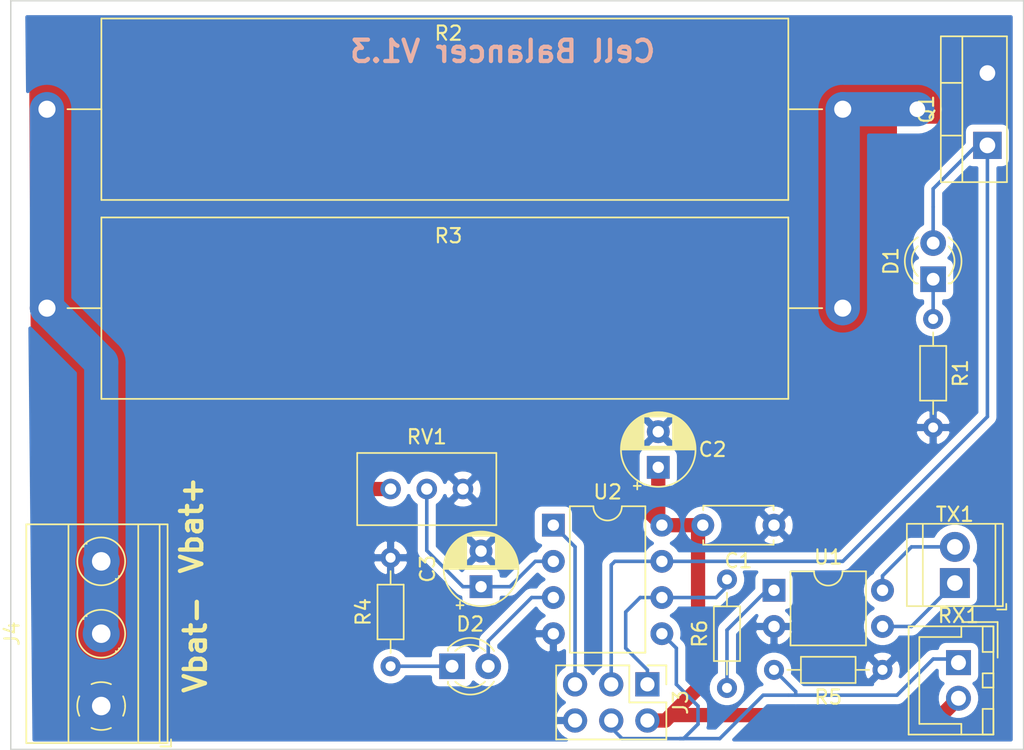
<source format=kicad_pcb>
(kicad_pcb (version 20171130) (host pcbnew "(5.1.6)-1")

  (general
    (thickness 1.6)
    (drawings 7)
    (tracks 86)
    (zones 0)
    (modules 19)
    (nets 15)
  )

  (page A4)
  (layers
    (0 F.Cu signal)
    (31 B.Cu signal)
    (32 B.Adhes user)
    (33 F.Adhes user)
    (34 B.Paste user)
    (35 F.Paste user)
    (36 B.SilkS user)
    (37 F.SilkS user)
    (38 B.Mask user)
    (39 F.Mask user)
    (40 Dwgs.User user hide)
    (41 Cmts.User user hide)
    (42 Eco1.User user hide)
    (43 Eco2.User user hide)
    (44 Edge.Cuts user)
    (45 Margin user hide)
    (46 B.CrtYd user hide)
    (47 F.CrtYd user hide)
    (48 B.Fab user hide)
    (49 F.Fab user hide)
  )

  (setup
    (last_trace_width 1)
    (user_trace_width 0.5)
    (user_trace_width 1)
    (user_trace_width 1.9)
    (user_trace_width 2.4)
    (trace_clearance 0.2)
    (zone_clearance 0.508)
    (zone_45_only no)
    (trace_min 0.2)
    (via_size 0.8)
    (via_drill 0.4)
    (via_min_size 0.4)
    (via_min_drill 0.3)
    (uvia_size 0.3)
    (uvia_drill 0.1)
    (uvias_allowed no)
    (uvia_min_size 0.2)
    (uvia_min_drill 0.1)
    (edge_width 0.05)
    (segment_width 0.2)
    (pcb_text_width 0.3)
    (pcb_text_size 1.5 1.5)
    (mod_edge_width 0.12)
    (mod_text_size 1 1)
    (mod_text_width 0.15)
    (pad_size 2.6 2.6)
    (pad_drill 1.3)
    (pad_to_mask_clearance 0.05)
    (aux_axis_origin 0 0)
    (visible_elements 7FFFFFFF)
    (pcbplotparams
      (layerselection 0x010fc_ffffffff)
      (usegerberextensions true)
      (usegerberattributes true)
      (usegerberadvancedattributes true)
      (creategerberjobfile true)
      (excludeedgelayer true)
      (linewidth 0.100000)
      (plotframeref false)
      (viasonmask false)
      (mode 1)
      (useauxorigin false)
      (hpglpennumber 1)
      (hpglpenspeed 20)
      (hpglpendiameter 15.000000)
      (psnegative false)
      (psa4output false)
      (plotreference true)
      (plotvalue true)
      (plotinvisibletext false)
      (padsonsilk false)
      (subtractmaskfromsilk true)
      (outputformat 1)
      (mirror false)
      (drillshape 0)
      (scaleselection 1)
      (outputdirectory "gerber/"))
  )

  (net 0 "")
  (net 1 "Net-(Q1-Pad2)")
  (net 2 +BATT)
  (net 3 "Net-(D1-Pad2)")
  (net 4 "Net-(D1-Pad1)")
  (net 5 "Net-(J3-Pad5)")
  (net 6 GND)
  (net 7 "Net-(C3-Pad1)")
  (net 8 "Net-(D2-Pad2)")
  (net 9 "Net-(D2-Pad1)")
  (net 10 "Net-(J3-Pad4)")
  (net 11 "Net-(J3-Pad1)")
  (net 12 "Net-(R6-Pad1)")
  (net 13 "Net-(TX1-Pad2)")
  (net 14 "Net-(TX1-Pad1)")

  (net_class Default "This is the default net class."
    (clearance 0.2)
    (trace_width 0.25)
    (via_dia 0.8)
    (via_drill 0.4)
    (uvia_dia 0.3)
    (uvia_drill 0.1)
    (add_net GND)
    (add_net "Net-(C3-Pad1)")
    (add_net "Net-(D1-Pad1)")
    (add_net "Net-(D1-Pad2)")
    (add_net "Net-(D2-Pad1)")
    (add_net "Net-(D2-Pad2)")
    (add_net "Net-(J3-Pad1)")
    (add_net "Net-(J3-Pad4)")
    (add_net "Net-(J3-Pad5)")
    (add_net "Net-(Q1-Pad2)")
    (add_net "Net-(R6-Pad1)")
    (add_net "Net-(TX1-Pad1)")
    (add_net "Net-(TX1-Pad2)")
  )

  (net_class VBatt ""
    (clearance 0.2)
    (trace_width 1)
    (via_dia 0.8)
    (via_drill 0.4)
    (uvia_dia 0.3)
    (uvia_drill 0.1)
    (add_net +BATT)
  )

  (module TerminalBlock_TE-Connectivity:TerminalBlock_TE_282834-2_1x02_P2.54mm_Horizontal (layer F.Cu) (tedit 5B1EC513) (tstamp 62DC6282)
    (at 165.862 113.284 90)
    (descr "Terminal Block TE 282834-2, 2 pins, pitch 2.54mm, size 5.54x6.5mm^2, drill diamater 1.1mm, pad diameter 2.1mm, see http://www.te.com/commerce/DocumentDelivery/DDEController?Action=showdoc&DocId=Customer+Drawing%7F282834%7FC1%7Fpdf%7FEnglish%7FENG_CD_282834_C1.pdf, script-generated using https://github.com/pointhi/kicad-footprint-generator/scripts/TerminalBlock_TE-Connectivity")
    (tags "THT Terminal Block TE 282834-2 pitch 2.54mm size 5.54x6.5mm^2 drill 1.1mm pad 2.1mm")
    (path /62DB5B19)
    (fp_text reference TX1 (at 4.826 0 180) (layer F.SilkS)
      (effects (font (size 1 1) (thickness 0.15)))
    )
    (fp_text value Conn_01x02_Male (at 1.27 4.37 90) (layer F.Fab)
      (effects (font (size 1 1) (thickness 0.15)))
    )
    (fp_circle (center 0 0) (end 1.1 0) (layer F.Fab) (width 0.1))
    (fp_circle (center 2.54 0) (end 3.64 0) (layer F.Fab) (width 0.1))
    (fp_line (start -1.5 -3.25) (end 4.04 -3.25) (layer F.Fab) (width 0.1))
    (fp_line (start 4.04 -3.25) (end 4.04 3.25) (layer F.Fab) (width 0.1))
    (fp_line (start 4.04 3.25) (end -1.1 3.25) (layer F.Fab) (width 0.1))
    (fp_line (start -1.1 3.25) (end -1.5 2.85) (layer F.Fab) (width 0.1))
    (fp_line (start -1.5 2.85) (end -1.5 -3.25) (layer F.Fab) (width 0.1))
    (fp_line (start -1.5 2.85) (end 4.04 2.85) (layer F.Fab) (width 0.1))
    (fp_line (start -1.62 2.85) (end 4.16 2.85) (layer F.SilkS) (width 0.12))
    (fp_line (start -1.5 -2.25) (end 4.04 -2.25) (layer F.Fab) (width 0.1))
    (fp_line (start -1.62 -2.25) (end 4.16 -2.25) (layer F.SilkS) (width 0.12))
    (fp_line (start -1.62 -3.37) (end 4.16 -3.37) (layer F.SilkS) (width 0.12))
    (fp_line (start -1.62 3.37) (end 4.16 3.37) (layer F.SilkS) (width 0.12))
    (fp_line (start -1.62 -3.37) (end -1.62 3.37) (layer F.SilkS) (width 0.12))
    (fp_line (start 4.16 -3.37) (end 4.16 3.37) (layer F.SilkS) (width 0.12))
    (fp_line (start 0.835 -0.7) (end -0.701 0.835) (layer F.Fab) (width 0.1))
    (fp_line (start 0.701 -0.835) (end -0.835 0.7) (layer F.Fab) (width 0.1))
    (fp_line (start 3.375 -0.7) (end 1.84 0.835) (layer F.Fab) (width 0.1))
    (fp_line (start 3.241 -0.835) (end 1.706 0.7) (layer F.Fab) (width 0.1))
    (fp_line (start -1.86 2.97) (end -1.86 3.61) (layer F.SilkS) (width 0.12))
    (fp_line (start -1.86 3.61) (end -1.46 3.61) (layer F.SilkS) (width 0.12))
    (fp_line (start -2 -3.75) (end -2 3.75) (layer F.CrtYd) (width 0.05))
    (fp_line (start -2 3.75) (end 4.54 3.75) (layer F.CrtYd) (width 0.05))
    (fp_line (start 4.54 3.75) (end 4.54 -3.75) (layer F.CrtYd) (width 0.05))
    (fp_line (start 4.54 -3.75) (end -2 -3.75) (layer F.CrtYd) (width 0.05))
    (fp_text user %R (at 1.27 2 90) (layer F.Fab)
      (effects (font (size 1 1) (thickness 0.15)))
    )
    (pad 2 thru_hole circle (at 2.54 0 90) (size 2.1 2.1) (drill 1.1) (layers *.Cu *.Mask)
      (net 13 "Net-(TX1-Pad2)"))
    (pad 1 thru_hole rect (at 0 0 90) (size 2.1 2.1) (drill 1.1) (layers *.Cu *.Mask)
      (net 14 "Net-(TX1-Pad1)"))
    (model ${KISYS3DMOD}/TerminalBlock_TE-Connectivity.3dshapes/TerminalBlock_TE_282834-2_1x02_P2.54mm_Horizontal.wrl
      (at (xyz 0 0 0))
      (scale (xyz 1 1 1))
      (rotate (xyz 0 0 0))
    )
  )

  (module "resistor tht:R_Axial_DIN0204_L3.6mm_D1.6mm_P7.62mm_Horizontal" (layer F.Cu) (tedit 5AE5139B) (tstamp 63307AF1)
    (at 149.86 120.65 90)
    (descr "Resistor, Axial_DIN0204 series, Axial, Horizontal, pin pitch=7.62mm, 0.167W, length*diameter=3.6*1.6mm^2, http://cdn-reichelt.de/documents/datenblatt/B400/1_4W%23YAG.pdf")
    (tags "Resistor Axial_DIN0204 series Axial Horizontal pin pitch 7.62mm 0.167W length 3.6mm diameter 1.6mm")
    (path /63327D5E)
    (fp_text reference R6 (at 3.81 -1.92 90) (layer F.SilkS)
      (effects (font (size 1 1) (thickness 0.15)))
    )
    (fp_text value 220ohm (at 3.81 1.92 90) (layer F.Fab)
      (effects (font (size 1 1) (thickness 0.15)))
    )
    (fp_line (start 2.01 -0.8) (end 2.01 0.8) (layer F.Fab) (width 0.1))
    (fp_line (start 2.01 0.8) (end 5.61 0.8) (layer F.Fab) (width 0.1))
    (fp_line (start 5.61 0.8) (end 5.61 -0.8) (layer F.Fab) (width 0.1))
    (fp_line (start 5.61 -0.8) (end 2.01 -0.8) (layer F.Fab) (width 0.1))
    (fp_line (start 0 0) (end 2.01 0) (layer F.Fab) (width 0.1))
    (fp_line (start 7.62 0) (end 5.61 0) (layer F.Fab) (width 0.1))
    (fp_line (start 1.89 -0.92) (end 1.89 0.92) (layer F.SilkS) (width 0.12))
    (fp_line (start 1.89 0.92) (end 5.73 0.92) (layer F.SilkS) (width 0.12))
    (fp_line (start 5.73 0.92) (end 5.73 -0.92) (layer F.SilkS) (width 0.12))
    (fp_line (start 5.73 -0.92) (end 1.89 -0.92) (layer F.SilkS) (width 0.12))
    (fp_line (start 0.94 0) (end 1.89 0) (layer F.SilkS) (width 0.12))
    (fp_line (start 6.68 0) (end 5.73 0) (layer F.SilkS) (width 0.12))
    (fp_line (start -0.95 -1.05) (end -0.95 1.05) (layer F.CrtYd) (width 0.05))
    (fp_line (start -0.95 1.05) (end 8.57 1.05) (layer F.CrtYd) (width 0.05))
    (fp_line (start 8.57 1.05) (end 8.57 -1.05) (layer F.CrtYd) (width 0.05))
    (fp_line (start 8.57 -1.05) (end -0.95 -1.05) (layer F.CrtYd) (width 0.05))
    (fp_text user %R (at 3.81 0 90) (layer F.Fab)
      (effects (font (size 0.72 0.72) (thickness 0.108)))
    )
    (pad 2 thru_hole oval (at 7.62 0 90) (size 1.4 1.4) (drill 0.7) (layers *.Cu *.Mask)
      (net 11 "Net-(J3-Pad1)"))
    (pad 1 thru_hole circle (at 0 0 90) (size 1.4 1.4) (drill 0.7) (layers *.Cu *.Mask)
      (net 12 "Net-(R6-Pad1)"))
    (model ${KISYS3DMOD}/Resistor_THT.3dshapes/R_Axial_DIN0204_L3.6mm_D1.6mm_P7.62mm_Horizontal.wrl
      (at (xyz 0 0 0))
      (scale (xyz 1 1 1))
      (rotate (xyz 0 0 0))
    )
  )

  (module "resistor tht:R_Axial_DIN0204_L3.6mm_D1.6mm_P7.62mm_Horizontal" (layer F.Cu) (tedit 5AE5139B) (tstamp 632F72C1)
    (at 160.782 119.38 180)
    (descr "Resistor, Axial_DIN0204 series, Axial, Horizontal, pin pitch=7.62mm, 0.167W, length*diameter=3.6*1.6mm^2, http://cdn-reichelt.de/documents/datenblatt/B400/1_4W%23YAG.pdf")
    (tags "Resistor Axial_DIN0204 series Axial Horizontal pin pitch 7.62mm 0.167W length 3.6mm diameter 1.6mm")
    (path /632FC9EA)
    (fp_text reference R5 (at 3.81 -1.92) (layer F.SilkS)
      (effects (font (size 1 1) (thickness 0.15)))
    )
    (fp_text value 4700ohm (at 3.81 1.92) (layer F.Fab)
      (effects (font (size 1 1) (thickness 0.15)))
    )
    (fp_line (start 8.57 -1.05) (end -0.95 -1.05) (layer F.CrtYd) (width 0.05))
    (fp_line (start 8.57 1.05) (end 8.57 -1.05) (layer F.CrtYd) (width 0.05))
    (fp_line (start -0.95 1.05) (end 8.57 1.05) (layer F.CrtYd) (width 0.05))
    (fp_line (start -0.95 -1.05) (end -0.95 1.05) (layer F.CrtYd) (width 0.05))
    (fp_line (start 6.68 0) (end 5.73 0) (layer F.SilkS) (width 0.12))
    (fp_line (start 0.94 0) (end 1.89 0) (layer F.SilkS) (width 0.12))
    (fp_line (start 5.73 -0.92) (end 1.89 -0.92) (layer F.SilkS) (width 0.12))
    (fp_line (start 5.73 0.92) (end 5.73 -0.92) (layer F.SilkS) (width 0.12))
    (fp_line (start 1.89 0.92) (end 5.73 0.92) (layer F.SilkS) (width 0.12))
    (fp_line (start 1.89 -0.92) (end 1.89 0.92) (layer F.SilkS) (width 0.12))
    (fp_line (start 7.62 0) (end 5.61 0) (layer F.Fab) (width 0.1))
    (fp_line (start 0 0) (end 2.01 0) (layer F.Fab) (width 0.1))
    (fp_line (start 5.61 -0.8) (end 2.01 -0.8) (layer F.Fab) (width 0.1))
    (fp_line (start 5.61 0.8) (end 5.61 -0.8) (layer F.Fab) (width 0.1))
    (fp_line (start 2.01 0.8) (end 5.61 0.8) (layer F.Fab) (width 0.1))
    (fp_line (start 2.01 -0.8) (end 2.01 0.8) (layer F.Fab) (width 0.1))
    (fp_text user %R (at 3.81 0) (layer F.Fab)
      (effects (font (size 0.72 0.72) (thickness 0.108)))
    )
    (pad 2 thru_hole oval (at 7.62 0 180) (size 1.4 1.4) (drill 0.7) (layers *.Cu *.Mask)
      (net 10 "Net-(J3-Pad4)"))
    (pad 1 thru_hole circle (at 0 0 180) (size 1.4 1.4) (drill 0.7) (layers *.Cu *.Mask)
      (net 6 GND))
    (model ${KISYS3DMOD}/Resistor_THT.3dshapes/R_Axial_DIN0204_L3.6mm_D1.6mm_P7.62mm_Horizontal.wrl
      (at (xyz 0 0 0))
      (scale (xyz 1 1 1))
      (rotate (xyz 0 0 0))
    )
  )

  (module "resistor tht:R_Axial_DIN0204_L3.6mm_D1.6mm_P7.62mm_Horizontal" (layer F.Cu) (tedit 5AE5139B) (tstamp 630BA2C2)
    (at 126.238 119.126 90)
    (descr "Resistor, Axial_DIN0204 series, Axial, Horizontal, pin pitch=7.62mm, 0.167W, length*diameter=3.6*1.6mm^2, http://cdn-reichelt.de/documents/datenblatt/B400/1_4W%23YAG.pdf")
    (tags "Resistor Axial_DIN0204 series Axial Horizontal pin pitch 7.62mm 0.167W length 3.6mm diameter 1.6mm")
    (path /630C6D26)
    (fp_text reference R4 (at 3.81 -1.92 90) (layer F.SilkS)
      (effects (font (size 1 1) (thickness 0.15)))
    )
    (fp_text value 470ohm (at 3.81 1.92 90) (layer F.Fab)
      (effects (font (size 1 1) (thickness 0.15)))
    )
    (fp_line (start 8.57 -1.05) (end -0.95 -1.05) (layer F.CrtYd) (width 0.05))
    (fp_line (start 8.57 1.05) (end 8.57 -1.05) (layer F.CrtYd) (width 0.05))
    (fp_line (start -0.95 1.05) (end 8.57 1.05) (layer F.CrtYd) (width 0.05))
    (fp_line (start -0.95 -1.05) (end -0.95 1.05) (layer F.CrtYd) (width 0.05))
    (fp_line (start 6.68 0) (end 5.73 0) (layer F.SilkS) (width 0.12))
    (fp_line (start 0.94 0) (end 1.89 0) (layer F.SilkS) (width 0.12))
    (fp_line (start 5.73 -0.92) (end 1.89 -0.92) (layer F.SilkS) (width 0.12))
    (fp_line (start 5.73 0.92) (end 5.73 -0.92) (layer F.SilkS) (width 0.12))
    (fp_line (start 1.89 0.92) (end 5.73 0.92) (layer F.SilkS) (width 0.12))
    (fp_line (start 1.89 -0.92) (end 1.89 0.92) (layer F.SilkS) (width 0.12))
    (fp_line (start 7.62 0) (end 5.61 0) (layer F.Fab) (width 0.1))
    (fp_line (start 0 0) (end 2.01 0) (layer F.Fab) (width 0.1))
    (fp_line (start 5.61 -0.8) (end 2.01 -0.8) (layer F.Fab) (width 0.1))
    (fp_line (start 5.61 0.8) (end 5.61 -0.8) (layer F.Fab) (width 0.1))
    (fp_line (start 2.01 0.8) (end 5.61 0.8) (layer F.Fab) (width 0.1))
    (fp_line (start 2.01 -0.8) (end 2.01 0.8) (layer F.Fab) (width 0.1))
    (fp_text user %R (at 3.81 0 90) (layer F.Fab)
      (effects (font (size 0.72 0.72) (thickness 0.108)))
    )
    (pad 2 thru_hole oval (at 7.62 0 90) (size 1.4 1.4) (drill 0.7) (layers *.Cu *.Mask)
      (net 6 GND))
    (pad 1 thru_hole circle (at 0 0 90) (size 1.4 1.4) (drill 0.7) (layers *.Cu *.Mask)
      (net 9 "Net-(D2-Pad1)"))
    (model ${KISYS3DMOD}/Resistor_THT.3dshapes/R_Axial_DIN0204_L3.6mm_D1.6mm_P7.62mm_Horizontal.wrl
      (at (xyz 0 0 0))
      (scale (xyz 1 1 1))
      (rotate (xyz 0 0 0))
    )
  )

  (module LED_THT:LED_D3.0mm (layer F.Cu) (tedit 587A3A7B) (tstamp 630BA0B7)
    (at 130.556 119.126)
    (descr "LED, diameter 3.0mm, 2 pins")
    (tags "LED diameter 3.0mm 2 pins")
    (path /630C6321)
    (fp_text reference D2 (at 1.27 -2.96) (layer F.SilkS)
      (effects (font (size 1 1) (thickness 0.15)))
    )
    (fp_text value LED_Small (at 1.27 2.96) (layer F.Fab)
      (effects (font (size 1 1) (thickness 0.15)))
    )
    (fp_line (start 3.7 -2.25) (end -1.15 -2.25) (layer F.CrtYd) (width 0.05))
    (fp_line (start 3.7 2.25) (end 3.7 -2.25) (layer F.CrtYd) (width 0.05))
    (fp_line (start -1.15 2.25) (end 3.7 2.25) (layer F.CrtYd) (width 0.05))
    (fp_line (start -1.15 -2.25) (end -1.15 2.25) (layer F.CrtYd) (width 0.05))
    (fp_line (start -0.29 1.08) (end -0.29 1.236) (layer F.SilkS) (width 0.12))
    (fp_line (start -0.29 -1.236) (end -0.29 -1.08) (layer F.SilkS) (width 0.12))
    (fp_line (start -0.23 -1.16619) (end -0.23 1.16619) (layer F.Fab) (width 0.1))
    (fp_circle (center 1.27 0) (end 2.77 0) (layer F.Fab) (width 0.1))
    (fp_arc (start 1.27 0) (end 0.229039 1.08) (angle -87.9) (layer F.SilkS) (width 0.12))
    (fp_arc (start 1.27 0) (end 0.229039 -1.08) (angle 87.9) (layer F.SilkS) (width 0.12))
    (fp_arc (start 1.27 0) (end -0.29 1.235516) (angle -108.8) (layer F.SilkS) (width 0.12))
    (fp_arc (start 1.27 0) (end -0.29 -1.235516) (angle 108.8) (layer F.SilkS) (width 0.12))
    (fp_arc (start 1.27 0) (end -0.23 -1.16619) (angle 284.3) (layer F.Fab) (width 0.1))
    (pad 2 thru_hole circle (at 2.54 0) (size 1.8 1.8) (drill 0.9) (layers *.Cu *.Mask)
      (net 8 "Net-(D2-Pad2)"))
    (pad 1 thru_hole rect (at 0 0) (size 1.8 1.8) (drill 0.9) (layers *.Cu *.Mask)
      (net 9 "Net-(D2-Pad1)"))
    (model ${KISYS3DMOD}/LED_THT.3dshapes/LED_D3.0mm.wrl
      (at (xyz 0 0 0))
      (scale (xyz 1 1 1))
      (rotate (xyz 0 0 0))
    )
  )

  (module "JST Connectors:JST_XH_B02B-XH-A_02x2.50mm_Straight" (layer F.Cu) (tedit 58EAE7F0) (tstamp 62E4D869)
    (at 166.116 118.872 270)
    (descr "JST XH series connector, B02B-XH-A, top entry type, through hole")
    (tags "connector jst xh tht top vertical 2.50mm")
    (path /62DB2BB6)
    (fp_text reference RX1 (at -3.302 0 180) (layer F.SilkS)
      (effects (font (size 1 1) (thickness 0.15)))
    )
    (fp_text value Conn_01x02_Male (at 1 3.8 90) (layer F.Fab)
      (effects (font (size 1 1) (thickness 0.15)))
    )
    (fp_line (start -2.85 -2.75) (end -2.85 -0.25) (layer F.Fab) (width 0.1))
    (fp_line (start -0.35 -2.75) (end -2.85 -2.75) (layer F.Fab) (width 0.1))
    (fp_line (start -2.85 -2.75) (end -2.85 -0.25) (layer F.SilkS) (width 0.12))
    (fp_line (start -0.35 -2.75) (end -2.85 -2.75) (layer F.SilkS) (width 0.12))
    (fp_line (start 4.3 2.75) (end 1.25 2.75) (layer F.SilkS) (width 0.12))
    (fp_line (start 4.3 -0.2) (end 4.3 2.75) (layer F.SilkS) (width 0.12))
    (fp_line (start 5.05 -0.2) (end 4.3 -0.2) (layer F.SilkS) (width 0.12))
    (fp_line (start -1.8 2.75) (end 1.25 2.75) (layer F.SilkS) (width 0.12))
    (fp_line (start -1.8 -0.2) (end -1.8 2.75) (layer F.SilkS) (width 0.12))
    (fp_line (start -2.55 -0.2) (end -1.8 -0.2) (layer F.SilkS) (width 0.12))
    (fp_line (start 5.05 -2.45) (end 3.25 -2.45) (layer F.SilkS) (width 0.12))
    (fp_line (start 5.05 -1.7) (end 5.05 -2.45) (layer F.SilkS) (width 0.12))
    (fp_line (start 3.25 -1.7) (end 5.05 -1.7) (layer F.SilkS) (width 0.12))
    (fp_line (start 3.25 -2.45) (end 3.25 -1.7) (layer F.SilkS) (width 0.12))
    (fp_line (start -0.75 -2.45) (end -2.55 -2.45) (layer F.SilkS) (width 0.12))
    (fp_line (start -0.75 -1.7) (end -0.75 -2.45) (layer F.SilkS) (width 0.12))
    (fp_line (start -2.55 -1.7) (end -0.75 -1.7) (layer F.SilkS) (width 0.12))
    (fp_line (start -2.55 -2.45) (end -2.55 -1.7) (layer F.SilkS) (width 0.12))
    (fp_line (start 1.75 -2.45) (end 0.75 -2.45) (layer F.SilkS) (width 0.12))
    (fp_line (start 1.75 -1.7) (end 1.75 -2.45) (layer F.SilkS) (width 0.12))
    (fp_line (start 0.75 -1.7) (end 1.75 -1.7) (layer F.SilkS) (width 0.12))
    (fp_line (start 0.75 -2.45) (end 0.75 -1.7) (layer F.SilkS) (width 0.12))
    (fp_line (start 5.05 -2.45) (end -2.55 -2.45) (layer F.SilkS) (width 0.12))
    (fp_line (start 5.05 3.5) (end 5.05 -2.45) (layer F.SilkS) (width 0.12))
    (fp_line (start -2.55 3.5) (end 5.05 3.5) (layer F.SilkS) (width 0.12))
    (fp_line (start -2.55 -2.45) (end -2.55 3.5) (layer F.SilkS) (width 0.12))
    (fp_line (start 5.45 -2.85) (end -2.95 -2.85) (layer F.CrtYd) (width 0.05))
    (fp_line (start 5.45 3.9) (end 5.45 -2.85) (layer F.CrtYd) (width 0.05))
    (fp_line (start -2.95 3.9) (end 5.45 3.9) (layer F.CrtYd) (width 0.05))
    (fp_line (start -2.95 -2.85) (end -2.95 3.9) (layer F.CrtYd) (width 0.05))
    (fp_line (start 4.95 -2.35) (end -2.45 -2.35) (layer F.Fab) (width 0.1))
    (fp_line (start 4.95 3.4) (end 4.95 -2.35) (layer F.Fab) (width 0.1))
    (fp_line (start -2.45 3.4) (end 4.95 3.4) (layer F.Fab) (width 0.1))
    (fp_line (start -2.45 -2.35) (end -2.45 3.4) (layer F.Fab) (width 0.1))
    (fp_text user %R (at 1 1.5 90) (layer F.Fab)
      (effects (font (size 1 1) (thickness 0.15)))
    )
    (pad 2 thru_hole circle (at 2.5 0 270) (size 1.75 1.75) (drill 1.05) (layers *.Cu *.Mask)
      (net 2 +BATT))
    (pad 1 thru_hole rect (at 0 0 270) (size 1.75 1.75) (drill 1.05) (layers *.Cu *.Mask)
      (net 10 "Net-(J3-Pad4)"))
    (model Connectors_JST.3dshapes/JST_XH_B02B-XH-A_02x2.50mm_Straight.wrl
      (at (xyz 0 0 0))
      (scale (xyz 1 1 1))
      (rotate (xyz 0 0 0))
    )
  )

  (module Capacitor_THT:CP_Radial_D5.0mm_P2.50mm (layer F.Cu) (tedit 5AE50EF0) (tstamp 630A447E)
    (at 132.588 113.538 90)
    (descr "CP, Radial series, Radial, pin pitch=2.50mm, , diameter=5mm, Electrolytic Capacitor")
    (tags "CP Radial series Radial pin pitch 2.50mm  diameter 5mm Electrolytic Capacitor")
    (path /630A6345)
    (fp_text reference C3 (at 1.25 -3.75 90) (layer F.SilkS)
      (effects (font (size 1 1) (thickness 0.15)))
    )
    (fp_text value 100uF (at 1.25 3.75 90) (layer F.Fab)
      (effects (font (size 1 1) (thickness 0.15)))
    )
    (fp_circle (center 1.25 0) (end 3.75 0) (layer F.Fab) (width 0.1))
    (fp_circle (center 1.25 0) (end 3.87 0) (layer F.SilkS) (width 0.12))
    (fp_circle (center 1.25 0) (end 4 0) (layer F.CrtYd) (width 0.05))
    (fp_line (start -0.883605 -1.0875) (end -0.383605 -1.0875) (layer F.Fab) (width 0.1))
    (fp_line (start -0.633605 -1.3375) (end -0.633605 -0.8375) (layer F.Fab) (width 0.1))
    (fp_line (start 1.25 -2.58) (end 1.25 2.58) (layer F.SilkS) (width 0.12))
    (fp_line (start 1.29 -2.58) (end 1.29 2.58) (layer F.SilkS) (width 0.12))
    (fp_line (start 1.33 -2.579) (end 1.33 2.579) (layer F.SilkS) (width 0.12))
    (fp_line (start 1.37 -2.578) (end 1.37 2.578) (layer F.SilkS) (width 0.12))
    (fp_line (start 1.41 -2.576) (end 1.41 2.576) (layer F.SilkS) (width 0.12))
    (fp_line (start 1.45 -2.573) (end 1.45 2.573) (layer F.SilkS) (width 0.12))
    (fp_line (start 1.49 -2.569) (end 1.49 -1.04) (layer F.SilkS) (width 0.12))
    (fp_line (start 1.49 1.04) (end 1.49 2.569) (layer F.SilkS) (width 0.12))
    (fp_line (start 1.53 -2.565) (end 1.53 -1.04) (layer F.SilkS) (width 0.12))
    (fp_line (start 1.53 1.04) (end 1.53 2.565) (layer F.SilkS) (width 0.12))
    (fp_line (start 1.57 -2.561) (end 1.57 -1.04) (layer F.SilkS) (width 0.12))
    (fp_line (start 1.57 1.04) (end 1.57 2.561) (layer F.SilkS) (width 0.12))
    (fp_line (start 1.61 -2.556) (end 1.61 -1.04) (layer F.SilkS) (width 0.12))
    (fp_line (start 1.61 1.04) (end 1.61 2.556) (layer F.SilkS) (width 0.12))
    (fp_line (start 1.65 -2.55) (end 1.65 -1.04) (layer F.SilkS) (width 0.12))
    (fp_line (start 1.65 1.04) (end 1.65 2.55) (layer F.SilkS) (width 0.12))
    (fp_line (start 1.69 -2.543) (end 1.69 -1.04) (layer F.SilkS) (width 0.12))
    (fp_line (start 1.69 1.04) (end 1.69 2.543) (layer F.SilkS) (width 0.12))
    (fp_line (start 1.73 -2.536) (end 1.73 -1.04) (layer F.SilkS) (width 0.12))
    (fp_line (start 1.73 1.04) (end 1.73 2.536) (layer F.SilkS) (width 0.12))
    (fp_line (start 1.77 -2.528) (end 1.77 -1.04) (layer F.SilkS) (width 0.12))
    (fp_line (start 1.77 1.04) (end 1.77 2.528) (layer F.SilkS) (width 0.12))
    (fp_line (start 1.81 -2.52) (end 1.81 -1.04) (layer F.SilkS) (width 0.12))
    (fp_line (start 1.81 1.04) (end 1.81 2.52) (layer F.SilkS) (width 0.12))
    (fp_line (start 1.85 -2.511) (end 1.85 -1.04) (layer F.SilkS) (width 0.12))
    (fp_line (start 1.85 1.04) (end 1.85 2.511) (layer F.SilkS) (width 0.12))
    (fp_line (start 1.89 -2.501) (end 1.89 -1.04) (layer F.SilkS) (width 0.12))
    (fp_line (start 1.89 1.04) (end 1.89 2.501) (layer F.SilkS) (width 0.12))
    (fp_line (start 1.93 -2.491) (end 1.93 -1.04) (layer F.SilkS) (width 0.12))
    (fp_line (start 1.93 1.04) (end 1.93 2.491) (layer F.SilkS) (width 0.12))
    (fp_line (start 1.971 -2.48) (end 1.971 -1.04) (layer F.SilkS) (width 0.12))
    (fp_line (start 1.971 1.04) (end 1.971 2.48) (layer F.SilkS) (width 0.12))
    (fp_line (start 2.011 -2.468) (end 2.011 -1.04) (layer F.SilkS) (width 0.12))
    (fp_line (start 2.011 1.04) (end 2.011 2.468) (layer F.SilkS) (width 0.12))
    (fp_line (start 2.051 -2.455) (end 2.051 -1.04) (layer F.SilkS) (width 0.12))
    (fp_line (start 2.051 1.04) (end 2.051 2.455) (layer F.SilkS) (width 0.12))
    (fp_line (start 2.091 -2.442) (end 2.091 -1.04) (layer F.SilkS) (width 0.12))
    (fp_line (start 2.091 1.04) (end 2.091 2.442) (layer F.SilkS) (width 0.12))
    (fp_line (start 2.131 -2.428) (end 2.131 -1.04) (layer F.SilkS) (width 0.12))
    (fp_line (start 2.131 1.04) (end 2.131 2.428) (layer F.SilkS) (width 0.12))
    (fp_line (start 2.171 -2.414) (end 2.171 -1.04) (layer F.SilkS) (width 0.12))
    (fp_line (start 2.171 1.04) (end 2.171 2.414) (layer F.SilkS) (width 0.12))
    (fp_line (start 2.211 -2.398) (end 2.211 -1.04) (layer F.SilkS) (width 0.12))
    (fp_line (start 2.211 1.04) (end 2.211 2.398) (layer F.SilkS) (width 0.12))
    (fp_line (start 2.251 -2.382) (end 2.251 -1.04) (layer F.SilkS) (width 0.12))
    (fp_line (start 2.251 1.04) (end 2.251 2.382) (layer F.SilkS) (width 0.12))
    (fp_line (start 2.291 -2.365) (end 2.291 -1.04) (layer F.SilkS) (width 0.12))
    (fp_line (start 2.291 1.04) (end 2.291 2.365) (layer F.SilkS) (width 0.12))
    (fp_line (start 2.331 -2.348) (end 2.331 -1.04) (layer F.SilkS) (width 0.12))
    (fp_line (start 2.331 1.04) (end 2.331 2.348) (layer F.SilkS) (width 0.12))
    (fp_line (start 2.371 -2.329) (end 2.371 -1.04) (layer F.SilkS) (width 0.12))
    (fp_line (start 2.371 1.04) (end 2.371 2.329) (layer F.SilkS) (width 0.12))
    (fp_line (start 2.411 -2.31) (end 2.411 -1.04) (layer F.SilkS) (width 0.12))
    (fp_line (start 2.411 1.04) (end 2.411 2.31) (layer F.SilkS) (width 0.12))
    (fp_line (start 2.451 -2.29) (end 2.451 -1.04) (layer F.SilkS) (width 0.12))
    (fp_line (start 2.451 1.04) (end 2.451 2.29) (layer F.SilkS) (width 0.12))
    (fp_line (start 2.491 -2.268) (end 2.491 -1.04) (layer F.SilkS) (width 0.12))
    (fp_line (start 2.491 1.04) (end 2.491 2.268) (layer F.SilkS) (width 0.12))
    (fp_line (start 2.531 -2.247) (end 2.531 -1.04) (layer F.SilkS) (width 0.12))
    (fp_line (start 2.531 1.04) (end 2.531 2.247) (layer F.SilkS) (width 0.12))
    (fp_line (start 2.571 -2.224) (end 2.571 -1.04) (layer F.SilkS) (width 0.12))
    (fp_line (start 2.571 1.04) (end 2.571 2.224) (layer F.SilkS) (width 0.12))
    (fp_line (start 2.611 -2.2) (end 2.611 -1.04) (layer F.SilkS) (width 0.12))
    (fp_line (start 2.611 1.04) (end 2.611 2.2) (layer F.SilkS) (width 0.12))
    (fp_line (start 2.651 -2.175) (end 2.651 -1.04) (layer F.SilkS) (width 0.12))
    (fp_line (start 2.651 1.04) (end 2.651 2.175) (layer F.SilkS) (width 0.12))
    (fp_line (start 2.691 -2.149) (end 2.691 -1.04) (layer F.SilkS) (width 0.12))
    (fp_line (start 2.691 1.04) (end 2.691 2.149) (layer F.SilkS) (width 0.12))
    (fp_line (start 2.731 -2.122) (end 2.731 -1.04) (layer F.SilkS) (width 0.12))
    (fp_line (start 2.731 1.04) (end 2.731 2.122) (layer F.SilkS) (width 0.12))
    (fp_line (start 2.771 -2.095) (end 2.771 -1.04) (layer F.SilkS) (width 0.12))
    (fp_line (start 2.771 1.04) (end 2.771 2.095) (layer F.SilkS) (width 0.12))
    (fp_line (start 2.811 -2.065) (end 2.811 -1.04) (layer F.SilkS) (width 0.12))
    (fp_line (start 2.811 1.04) (end 2.811 2.065) (layer F.SilkS) (width 0.12))
    (fp_line (start 2.851 -2.035) (end 2.851 -1.04) (layer F.SilkS) (width 0.12))
    (fp_line (start 2.851 1.04) (end 2.851 2.035) (layer F.SilkS) (width 0.12))
    (fp_line (start 2.891 -2.004) (end 2.891 -1.04) (layer F.SilkS) (width 0.12))
    (fp_line (start 2.891 1.04) (end 2.891 2.004) (layer F.SilkS) (width 0.12))
    (fp_line (start 2.931 -1.971) (end 2.931 -1.04) (layer F.SilkS) (width 0.12))
    (fp_line (start 2.931 1.04) (end 2.931 1.971) (layer F.SilkS) (width 0.12))
    (fp_line (start 2.971 -1.937) (end 2.971 -1.04) (layer F.SilkS) (width 0.12))
    (fp_line (start 2.971 1.04) (end 2.971 1.937) (layer F.SilkS) (width 0.12))
    (fp_line (start 3.011 -1.901) (end 3.011 -1.04) (layer F.SilkS) (width 0.12))
    (fp_line (start 3.011 1.04) (end 3.011 1.901) (layer F.SilkS) (width 0.12))
    (fp_line (start 3.051 -1.864) (end 3.051 -1.04) (layer F.SilkS) (width 0.12))
    (fp_line (start 3.051 1.04) (end 3.051 1.864) (layer F.SilkS) (width 0.12))
    (fp_line (start 3.091 -1.826) (end 3.091 -1.04) (layer F.SilkS) (width 0.12))
    (fp_line (start 3.091 1.04) (end 3.091 1.826) (layer F.SilkS) (width 0.12))
    (fp_line (start 3.131 -1.785) (end 3.131 -1.04) (layer F.SilkS) (width 0.12))
    (fp_line (start 3.131 1.04) (end 3.131 1.785) (layer F.SilkS) (width 0.12))
    (fp_line (start 3.171 -1.743) (end 3.171 -1.04) (layer F.SilkS) (width 0.12))
    (fp_line (start 3.171 1.04) (end 3.171 1.743) (layer F.SilkS) (width 0.12))
    (fp_line (start 3.211 -1.699) (end 3.211 -1.04) (layer F.SilkS) (width 0.12))
    (fp_line (start 3.211 1.04) (end 3.211 1.699) (layer F.SilkS) (width 0.12))
    (fp_line (start 3.251 -1.653) (end 3.251 -1.04) (layer F.SilkS) (width 0.12))
    (fp_line (start 3.251 1.04) (end 3.251 1.653) (layer F.SilkS) (width 0.12))
    (fp_line (start 3.291 -1.605) (end 3.291 -1.04) (layer F.SilkS) (width 0.12))
    (fp_line (start 3.291 1.04) (end 3.291 1.605) (layer F.SilkS) (width 0.12))
    (fp_line (start 3.331 -1.554) (end 3.331 -1.04) (layer F.SilkS) (width 0.12))
    (fp_line (start 3.331 1.04) (end 3.331 1.554) (layer F.SilkS) (width 0.12))
    (fp_line (start 3.371 -1.5) (end 3.371 -1.04) (layer F.SilkS) (width 0.12))
    (fp_line (start 3.371 1.04) (end 3.371 1.5) (layer F.SilkS) (width 0.12))
    (fp_line (start 3.411 -1.443) (end 3.411 -1.04) (layer F.SilkS) (width 0.12))
    (fp_line (start 3.411 1.04) (end 3.411 1.443) (layer F.SilkS) (width 0.12))
    (fp_line (start 3.451 -1.383) (end 3.451 -1.04) (layer F.SilkS) (width 0.12))
    (fp_line (start 3.451 1.04) (end 3.451 1.383) (layer F.SilkS) (width 0.12))
    (fp_line (start 3.491 -1.319) (end 3.491 -1.04) (layer F.SilkS) (width 0.12))
    (fp_line (start 3.491 1.04) (end 3.491 1.319) (layer F.SilkS) (width 0.12))
    (fp_line (start 3.531 -1.251) (end 3.531 -1.04) (layer F.SilkS) (width 0.12))
    (fp_line (start 3.531 1.04) (end 3.531 1.251) (layer F.SilkS) (width 0.12))
    (fp_line (start 3.571 -1.178) (end 3.571 1.178) (layer F.SilkS) (width 0.12))
    (fp_line (start 3.611 -1.098) (end 3.611 1.098) (layer F.SilkS) (width 0.12))
    (fp_line (start 3.651 -1.011) (end 3.651 1.011) (layer F.SilkS) (width 0.12))
    (fp_line (start 3.691 -0.915) (end 3.691 0.915) (layer F.SilkS) (width 0.12))
    (fp_line (start 3.731 -0.805) (end 3.731 0.805) (layer F.SilkS) (width 0.12))
    (fp_line (start 3.771 -0.677) (end 3.771 0.677) (layer F.SilkS) (width 0.12))
    (fp_line (start 3.811 -0.518) (end 3.811 0.518) (layer F.SilkS) (width 0.12))
    (fp_line (start 3.851 -0.284) (end 3.851 0.284) (layer F.SilkS) (width 0.12))
    (fp_line (start -1.554775 -1.475) (end -1.054775 -1.475) (layer F.SilkS) (width 0.12))
    (fp_line (start -1.304775 -1.725) (end -1.304775 -1.225) (layer F.SilkS) (width 0.12))
    (fp_text user %R (at 1.25 0 90) (layer F.Fab)
      (effects (font (size 1 1) (thickness 0.15)))
    )
    (pad 2 thru_hole circle (at 2.5 0 90) (size 1.6 1.6) (drill 0.8) (layers *.Cu *.Mask)
      (net 6 GND))
    (pad 1 thru_hole rect (at 0 0 90) (size 1.6 1.6) (drill 0.8) (layers *.Cu *.Mask)
      (net 7 "Net-(C3-Pad1)"))
    (model ${KISYS3DMOD}/Capacitor_THT.3dshapes/CP_Radial_D5.0mm_P2.50mm.wrl
      (at (xyz 0 0 0))
      (scale (xyz 1 1 1))
      (rotate (xyz 0 0 0))
    )
  )

  (module TerminalBlock_Phoenix:TerminalBlock_Phoenix_MKDS-1,5-3-5.08_1x03_P5.08mm_Horizontal (layer F.Cu) (tedit 63394C15) (tstamp 62E52F9B)
    (at 105.918 121.92 90)
    (descr "Terminal Block Phoenix MKDS-1,5-3-5.08, 3 pins, pitch 5.08mm, size 15.2x9.8mm^2, drill diamater 1.3mm, pad diameter 2.6mm, see http://www.farnell.com/datasheets/100425.pdf, script-generated using https://github.com/pointhi/kicad-footprint-generator/scripts/TerminalBlock_Phoenix")
    (tags "THT Terminal Block Phoenix MKDS-1,5-3-5.08 pitch 5.08mm size 15.2x9.8mm^2 drill 1.3mm pad 2.6mm")
    (path /62E551CD)
    (fp_text reference J4 (at 5.08 -6.26 90) (layer F.SilkS)
      (effects (font (size 1 1) (thickness 0.15)))
    )
    (fp_text value Screw_Terminal_01x03 (at 5.08 5.66 90) (layer F.Fab)
      (effects (font (size 1 1) (thickness 0.15)))
    )
    (fp_line (start 13.21 -5.71) (end -3.04 -5.71) (layer F.CrtYd) (width 0.05))
    (fp_line (start 13.21 5.1) (end 13.21 -5.71) (layer F.CrtYd) (width 0.05))
    (fp_line (start -3.04 5.1) (end 13.21 5.1) (layer F.CrtYd) (width 0.05))
    (fp_line (start -3.04 -5.71) (end -3.04 5.1) (layer F.CrtYd) (width 0.05))
    (fp_line (start -2.84 4.9) (end -2.34 4.9) (layer F.SilkS) (width 0.12))
    (fp_line (start -2.84 4.16) (end -2.84 4.9) (layer F.SilkS) (width 0.12))
    (fp_line (start 8.933 1.023) (end 8.886 1.069) (layer F.SilkS) (width 0.12))
    (fp_line (start 11.23 -1.275) (end 11.195 -1.239) (layer F.SilkS) (width 0.12))
    (fp_line (start 9.126 1.239) (end 9.091 1.274) (layer F.SilkS) (width 0.12))
    (fp_line (start 11.435 -1.069) (end 11.388 -1.023) (layer F.SilkS) (width 0.12))
    (fp_line (start 11.115 -1.138) (end 9.023 0.955) (layer F.Fab) (width 0.1))
    (fp_line (start 11.298 -0.955) (end 9.206 1.138) (layer F.Fab) (width 0.1))
    (fp_line (start 3.853 1.023) (end 3.806 1.069) (layer F.SilkS) (width 0.12))
    (fp_line (start 6.15 -1.275) (end 6.115 -1.239) (layer F.SilkS) (width 0.12))
    (fp_line (start 4.046 1.239) (end 4.011 1.274) (layer F.SilkS) (width 0.12))
    (fp_line (start 6.355 -1.069) (end 6.308 -1.023) (layer F.SilkS) (width 0.12))
    (fp_line (start 6.035 -1.138) (end 3.943 0.955) (layer F.Fab) (width 0.1))
    (fp_line (start 6.218 -0.955) (end 4.126 1.138) (layer F.Fab) (width 0.1))
    (fp_line (start 0.955 -1.138) (end -1.138 0.955) (layer F.Fab) (width 0.1))
    (fp_line (start 1.138 -0.955) (end -0.955 1.138) (layer F.Fab) (width 0.1))
    (fp_line (start 12.76 -5.261) (end 12.76 4.66) (layer F.SilkS) (width 0.12))
    (fp_line (start -2.6 -5.261) (end -2.6 4.66) (layer F.SilkS) (width 0.12))
    (fp_line (start -2.6 4.66) (end 12.76 4.66) (layer F.SilkS) (width 0.12))
    (fp_line (start -2.6 -5.261) (end 12.76 -5.261) (layer F.SilkS) (width 0.12))
    (fp_line (start -2.6 -2.301) (end 12.76 -2.301) (layer F.SilkS) (width 0.12))
    (fp_line (start -2.54 -2.3) (end 12.7 -2.3) (layer F.Fab) (width 0.1))
    (fp_line (start -2.6 2.6) (end 12.76 2.6) (layer F.SilkS) (width 0.12))
    (fp_line (start -2.54 2.6) (end 12.7 2.6) (layer F.Fab) (width 0.1))
    (fp_line (start -2.6 4.1) (end 12.76 4.1) (layer F.SilkS) (width 0.12))
    (fp_line (start -2.54 4.1) (end 12.7 4.1) (layer F.Fab) (width 0.1))
    (fp_line (start -2.54 4.1) (end -2.54 -5.2) (layer F.Fab) (width 0.1))
    (fp_line (start -2.04 4.6) (end -2.54 4.1) (layer F.Fab) (width 0.1))
    (fp_line (start 12.7 4.6) (end -2.04 4.6) (layer F.Fab) (width 0.1))
    (fp_line (start 12.7 -5.2) (end 12.7 4.6) (layer F.Fab) (width 0.1))
    (fp_line (start -2.54 -5.2) (end 12.7 -5.2) (layer F.Fab) (width 0.1))
    (fp_circle (center 10.16 0) (end 11.84 0) (layer F.SilkS) (width 0.12))
    (fp_circle (center 10.16 0) (end 11.66 0) (layer F.Fab) (width 0.1))
    (fp_circle (center 5.08 0) (end 6.76 0) (layer F.SilkS) (width 0.12))
    (fp_circle (center 5.08 0) (end 6.58 0) (layer F.Fab) (width 0.1))
    (fp_circle (center 0 0) (end 1.5 0) (layer F.Fab) (width 0.1))
    (fp_text user %R (at 5.08 3.2 90) (layer F.Fab)
      (effects (font (size 1 1) (thickness 0.15)))
    )
    (fp_arc (start 0 0) (end -0.684 1.535) (angle -25) (layer F.SilkS) (width 0.12))
    (fp_arc (start 0 0) (end -1.535 -0.684) (angle -48) (layer F.SilkS) (width 0.12))
    (fp_arc (start 0 0) (end 0.684 -1.535) (angle -48) (layer F.SilkS) (width 0.12))
    (fp_arc (start 0 0) (end 1.535 0.684) (angle -48) (layer F.SilkS) (width 0.12))
    (fp_arc (start 0 0) (end 0 1.68) (angle -24) (layer F.SilkS) (width 0.12))
    (pad 3 thru_hole circle (at 10.16 0 90) (size 2.6 2.6) (drill 1.3) (layers *.Cu *.Mask)
      (net 2 +BATT))
    (pad 2 thru_hole circle (at 5.08 0 90) (size 2.6 2.6) (drill 1.3) (layers *.Cu *.Mask)
      (net 2 +BATT) (zone_connect 2))
    (pad 1 thru_hole rect (at 0 0 90) (size 2.6 2.6) (drill 1.3) (layers *.Cu *.Mask)
      (net 6 GND) (zone_connect 2))
    (model ${KISYS3DMOD}/TerminalBlock_Phoenix.3dshapes/TerminalBlock_Phoenix_MKDS-1,5-3-5.08_1x03_P5.08mm_Horizontal.wrl
      (at (xyz 0 0 0))
      (scale (xyz 1 1 1))
      (rotate (xyz 0 0 0))
    )
  )

  (module "resistor tht:R_Axial_DIN0204_L3.6mm_D1.6mm_P7.62mm_Horizontal" (layer F.Cu) (tedit 5AE5139B) (tstamp 62E5C8C8)
    (at 164.338 94.742 270)
    (descr "Resistor, Axial_DIN0204 series, Axial, Horizontal, pin pitch=7.62mm, 0.167W, length*diameter=3.6*1.6mm^2, http://cdn-reichelt.de/documents/datenblatt/B400/1_4W%23YAG.pdf")
    (tags "Resistor Axial_DIN0204 series Axial Horizontal pin pitch 7.62mm 0.167W length 3.6mm diameter 1.6mm")
    (path /62CAE65F)
    (fp_text reference R1 (at 3.81 -1.92 90) (layer F.SilkS)
      (effects (font (size 1 1) (thickness 0.15)))
    )
    (fp_text value 470ohm (at 3.81 1.92 90) (layer F.Fab)
      (effects (font (size 1 1) (thickness 0.15)))
    )
    (fp_line (start 8.57 -1.05) (end -0.95 -1.05) (layer F.CrtYd) (width 0.05))
    (fp_line (start 8.57 1.05) (end 8.57 -1.05) (layer F.CrtYd) (width 0.05))
    (fp_line (start -0.95 1.05) (end 8.57 1.05) (layer F.CrtYd) (width 0.05))
    (fp_line (start -0.95 -1.05) (end -0.95 1.05) (layer F.CrtYd) (width 0.05))
    (fp_line (start 6.68 0) (end 5.73 0) (layer F.SilkS) (width 0.12))
    (fp_line (start 0.94 0) (end 1.89 0) (layer F.SilkS) (width 0.12))
    (fp_line (start 5.73 -0.92) (end 1.89 -0.92) (layer F.SilkS) (width 0.12))
    (fp_line (start 5.73 0.92) (end 5.73 -0.92) (layer F.SilkS) (width 0.12))
    (fp_line (start 1.89 0.92) (end 5.73 0.92) (layer F.SilkS) (width 0.12))
    (fp_line (start 1.89 -0.92) (end 1.89 0.92) (layer F.SilkS) (width 0.12))
    (fp_line (start 7.62 0) (end 5.61 0) (layer F.Fab) (width 0.1))
    (fp_line (start 0 0) (end 2.01 0) (layer F.Fab) (width 0.1))
    (fp_line (start 5.61 -0.8) (end 2.01 -0.8) (layer F.Fab) (width 0.1))
    (fp_line (start 5.61 0.8) (end 5.61 -0.8) (layer F.Fab) (width 0.1))
    (fp_line (start 2.01 0.8) (end 5.61 0.8) (layer F.Fab) (width 0.1))
    (fp_line (start 2.01 -0.8) (end 2.01 0.8) (layer F.Fab) (width 0.1))
    (fp_text user %R (at 3.81 0 90) (layer F.Fab)
      (effects (font (size 0.72 0.72) (thickness 0.108)))
    )
    (pad 2 thru_hole oval (at 7.62 0 270) (size 1.4 1.4) (drill 0.7) (layers *.Cu *.Mask)
      (net 6 GND))
    (pad 1 thru_hole circle (at 0 0 270) (size 1.4 1.4) (drill 0.7) (layers *.Cu *.Mask)
      (net 4 "Net-(D1-Pad1)"))
    (model ${KISYS3DMOD}/Resistor_THT.3dshapes/R_Axial_DIN0204_L3.6mm_D1.6mm_P7.62mm_Horizontal.wrl
      (at (xyz 0 0 0))
      (scale (xyz 1 1 1))
      (rotate (xyz 0 0 0))
    )
  )

  (module Capacitor_THT:CP_Radial_D5.0mm_P2.50mm (layer F.Cu) (tedit 5AE50EF0) (tstamp 62FEAF02)
    (at 145.034 105.156 90)
    (descr "CP, Radial series, Radial, pin pitch=2.50mm, , diameter=5mm, Electrolytic Capacitor")
    (tags "CP Radial series Radial pin pitch 2.50mm  diameter 5mm Electrolytic Capacitor")
    (path /62FF068A)
    (fp_text reference C2 (at 1.25 3.81 180) (layer F.SilkS)
      (effects (font (size 1 1) (thickness 0.15)))
    )
    (fp_text value 470uF (at 1.25 3.75 90) (layer F.Fab)
      (effects (font (size 1 1) (thickness 0.15)))
    )
    (fp_line (start -1.304775 -1.725) (end -1.304775 -1.225) (layer F.SilkS) (width 0.12))
    (fp_line (start -1.554775 -1.475) (end -1.054775 -1.475) (layer F.SilkS) (width 0.12))
    (fp_line (start 3.851 -0.284) (end 3.851 0.284) (layer F.SilkS) (width 0.12))
    (fp_line (start 3.811 -0.518) (end 3.811 0.518) (layer F.SilkS) (width 0.12))
    (fp_line (start 3.771 -0.677) (end 3.771 0.677) (layer F.SilkS) (width 0.12))
    (fp_line (start 3.731 -0.805) (end 3.731 0.805) (layer F.SilkS) (width 0.12))
    (fp_line (start 3.691 -0.915) (end 3.691 0.915) (layer F.SilkS) (width 0.12))
    (fp_line (start 3.651 -1.011) (end 3.651 1.011) (layer F.SilkS) (width 0.12))
    (fp_line (start 3.611 -1.098) (end 3.611 1.098) (layer F.SilkS) (width 0.12))
    (fp_line (start 3.571 -1.178) (end 3.571 1.178) (layer F.SilkS) (width 0.12))
    (fp_line (start 3.531 1.04) (end 3.531 1.251) (layer F.SilkS) (width 0.12))
    (fp_line (start 3.531 -1.251) (end 3.531 -1.04) (layer F.SilkS) (width 0.12))
    (fp_line (start 3.491 1.04) (end 3.491 1.319) (layer F.SilkS) (width 0.12))
    (fp_line (start 3.491 -1.319) (end 3.491 -1.04) (layer F.SilkS) (width 0.12))
    (fp_line (start 3.451 1.04) (end 3.451 1.383) (layer F.SilkS) (width 0.12))
    (fp_line (start 3.451 -1.383) (end 3.451 -1.04) (layer F.SilkS) (width 0.12))
    (fp_line (start 3.411 1.04) (end 3.411 1.443) (layer F.SilkS) (width 0.12))
    (fp_line (start 3.411 -1.443) (end 3.411 -1.04) (layer F.SilkS) (width 0.12))
    (fp_line (start 3.371 1.04) (end 3.371 1.5) (layer F.SilkS) (width 0.12))
    (fp_line (start 3.371 -1.5) (end 3.371 -1.04) (layer F.SilkS) (width 0.12))
    (fp_line (start 3.331 1.04) (end 3.331 1.554) (layer F.SilkS) (width 0.12))
    (fp_line (start 3.331 -1.554) (end 3.331 -1.04) (layer F.SilkS) (width 0.12))
    (fp_line (start 3.291 1.04) (end 3.291 1.605) (layer F.SilkS) (width 0.12))
    (fp_line (start 3.291 -1.605) (end 3.291 -1.04) (layer F.SilkS) (width 0.12))
    (fp_line (start 3.251 1.04) (end 3.251 1.653) (layer F.SilkS) (width 0.12))
    (fp_line (start 3.251 -1.653) (end 3.251 -1.04) (layer F.SilkS) (width 0.12))
    (fp_line (start 3.211 1.04) (end 3.211 1.699) (layer F.SilkS) (width 0.12))
    (fp_line (start 3.211 -1.699) (end 3.211 -1.04) (layer F.SilkS) (width 0.12))
    (fp_line (start 3.171 1.04) (end 3.171 1.743) (layer F.SilkS) (width 0.12))
    (fp_line (start 3.171 -1.743) (end 3.171 -1.04) (layer F.SilkS) (width 0.12))
    (fp_line (start 3.131 1.04) (end 3.131 1.785) (layer F.SilkS) (width 0.12))
    (fp_line (start 3.131 -1.785) (end 3.131 -1.04) (layer F.SilkS) (width 0.12))
    (fp_line (start 3.091 1.04) (end 3.091 1.826) (layer F.SilkS) (width 0.12))
    (fp_line (start 3.091 -1.826) (end 3.091 -1.04) (layer F.SilkS) (width 0.12))
    (fp_line (start 3.051 1.04) (end 3.051 1.864) (layer F.SilkS) (width 0.12))
    (fp_line (start 3.051 -1.864) (end 3.051 -1.04) (layer F.SilkS) (width 0.12))
    (fp_line (start 3.011 1.04) (end 3.011 1.901) (layer F.SilkS) (width 0.12))
    (fp_line (start 3.011 -1.901) (end 3.011 -1.04) (layer F.SilkS) (width 0.12))
    (fp_line (start 2.971 1.04) (end 2.971 1.937) (layer F.SilkS) (width 0.12))
    (fp_line (start 2.971 -1.937) (end 2.971 -1.04) (layer F.SilkS) (width 0.12))
    (fp_line (start 2.931 1.04) (end 2.931 1.971) (layer F.SilkS) (width 0.12))
    (fp_line (start 2.931 -1.971) (end 2.931 -1.04) (layer F.SilkS) (width 0.12))
    (fp_line (start 2.891 1.04) (end 2.891 2.004) (layer F.SilkS) (width 0.12))
    (fp_line (start 2.891 -2.004) (end 2.891 -1.04) (layer F.SilkS) (width 0.12))
    (fp_line (start 2.851 1.04) (end 2.851 2.035) (layer F.SilkS) (width 0.12))
    (fp_line (start 2.851 -2.035) (end 2.851 -1.04) (layer F.SilkS) (width 0.12))
    (fp_line (start 2.811 1.04) (end 2.811 2.065) (layer F.SilkS) (width 0.12))
    (fp_line (start 2.811 -2.065) (end 2.811 -1.04) (layer F.SilkS) (width 0.12))
    (fp_line (start 2.771 1.04) (end 2.771 2.095) (layer F.SilkS) (width 0.12))
    (fp_line (start 2.771 -2.095) (end 2.771 -1.04) (layer F.SilkS) (width 0.12))
    (fp_line (start 2.731 1.04) (end 2.731 2.122) (layer F.SilkS) (width 0.12))
    (fp_line (start 2.731 -2.122) (end 2.731 -1.04) (layer F.SilkS) (width 0.12))
    (fp_line (start 2.691 1.04) (end 2.691 2.149) (layer F.SilkS) (width 0.12))
    (fp_line (start 2.691 -2.149) (end 2.691 -1.04) (layer F.SilkS) (width 0.12))
    (fp_line (start 2.651 1.04) (end 2.651 2.175) (layer F.SilkS) (width 0.12))
    (fp_line (start 2.651 -2.175) (end 2.651 -1.04) (layer F.SilkS) (width 0.12))
    (fp_line (start 2.611 1.04) (end 2.611 2.2) (layer F.SilkS) (width 0.12))
    (fp_line (start 2.611 -2.2) (end 2.611 -1.04) (layer F.SilkS) (width 0.12))
    (fp_line (start 2.571 1.04) (end 2.571 2.224) (layer F.SilkS) (width 0.12))
    (fp_line (start 2.571 -2.224) (end 2.571 -1.04) (layer F.SilkS) (width 0.12))
    (fp_line (start 2.531 1.04) (end 2.531 2.247) (layer F.SilkS) (width 0.12))
    (fp_line (start 2.531 -2.247) (end 2.531 -1.04) (layer F.SilkS) (width 0.12))
    (fp_line (start 2.491 1.04) (end 2.491 2.268) (layer F.SilkS) (width 0.12))
    (fp_line (start 2.491 -2.268) (end 2.491 -1.04) (layer F.SilkS) (width 0.12))
    (fp_line (start 2.451 1.04) (end 2.451 2.29) (layer F.SilkS) (width 0.12))
    (fp_line (start 2.451 -2.29) (end 2.451 -1.04) (layer F.SilkS) (width 0.12))
    (fp_line (start 2.411 1.04) (end 2.411 2.31) (layer F.SilkS) (width 0.12))
    (fp_line (start 2.411 -2.31) (end 2.411 -1.04) (layer F.SilkS) (width 0.12))
    (fp_line (start 2.371 1.04) (end 2.371 2.329) (layer F.SilkS) (width 0.12))
    (fp_line (start 2.371 -2.329) (end 2.371 -1.04) (layer F.SilkS) (width 0.12))
    (fp_line (start 2.331 1.04) (end 2.331 2.348) (layer F.SilkS) (width 0.12))
    (fp_line (start 2.331 -2.348) (end 2.331 -1.04) (layer F.SilkS) (width 0.12))
    (fp_line (start 2.291 1.04) (end 2.291 2.365) (layer F.SilkS) (width 0.12))
    (fp_line (start 2.291 -2.365) (end 2.291 -1.04) (layer F.SilkS) (width 0.12))
    (fp_line (start 2.251 1.04) (end 2.251 2.382) (layer F.SilkS) (width 0.12))
    (fp_line (start 2.251 -2.382) (end 2.251 -1.04) (layer F.SilkS) (width 0.12))
    (fp_line (start 2.211 1.04) (end 2.211 2.398) (layer F.SilkS) (width 0.12))
    (fp_line (start 2.211 -2.398) (end 2.211 -1.04) (layer F.SilkS) (width 0.12))
    (fp_line (start 2.171 1.04) (end 2.171 2.414) (layer F.SilkS) (width 0.12))
    (fp_line (start 2.171 -2.414) (end 2.171 -1.04) (layer F.SilkS) (width 0.12))
    (fp_line (start 2.131 1.04) (end 2.131 2.428) (layer F.SilkS) (width 0.12))
    (fp_line (start 2.131 -2.428) (end 2.131 -1.04) (layer F.SilkS) (width 0.12))
    (fp_line (start 2.091 1.04) (end 2.091 2.442) (layer F.SilkS) (width 0.12))
    (fp_line (start 2.091 -2.442) (end 2.091 -1.04) (layer F.SilkS) (width 0.12))
    (fp_line (start 2.051 1.04) (end 2.051 2.455) (layer F.SilkS) (width 0.12))
    (fp_line (start 2.051 -2.455) (end 2.051 -1.04) (layer F.SilkS) (width 0.12))
    (fp_line (start 2.011 1.04) (end 2.011 2.468) (layer F.SilkS) (width 0.12))
    (fp_line (start 2.011 -2.468) (end 2.011 -1.04) (layer F.SilkS) (width 0.12))
    (fp_line (start 1.971 1.04) (end 1.971 2.48) (layer F.SilkS) (width 0.12))
    (fp_line (start 1.971 -2.48) (end 1.971 -1.04) (layer F.SilkS) (width 0.12))
    (fp_line (start 1.93 1.04) (end 1.93 2.491) (layer F.SilkS) (width 0.12))
    (fp_line (start 1.93 -2.491) (end 1.93 -1.04) (layer F.SilkS) (width 0.12))
    (fp_line (start 1.89 1.04) (end 1.89 2.501) (layer F.SilkS) (width 0.12))
    (fp_line (start 1.89 -2.501) (end 1.89 -1.04) (layer F.SilkS) (width 0.12))
    (fp_line (start 1.85 1.04) (end 1.85 2.511) (layer F.SilkS) (width 0.12))
    (fp_line (start 1.85 -2.511) (end 1.85 -1.04) (layer F.SilkS) (width 0.12))
    (fp_line (start 1.81 1.04) (end 1.81 2.52) (layer F.SilkS) (width 0.12))
    (fp_line (start 1.81 -2.52) (end 1.81 -1.04) (layer F.SilkS) (width 0.12))
    (fp_line (start 1.77 1.04) (end 1.77 2.528) (layer F.SilkS) (width 0.12))
    (fp_line (start 1.77 -2.528) (end 1.77 -1.04) (layer F.SilkS) (width 0.12))
    (fp_line (start 1.73 1.04) (end 1.73 2.536) (layer F.SilkS) (width 0.12))
    (fp_line (start 1.73 -2.536) (end 1.73 -1.04) (layer F.SilkS) (width 0.12))
    (fp_line (start 1.69 1.04) (end 1.69 2.543) (layer F.SilkS) (width 0.12))
    (fp_line (start 1.69 -2.543) (end 1.69 -1.04) (layer F.SilkS) (width 0.12))
    (fp_line (start 1.65 1.04) (end 1.65 2.55) (layer F.SilkS) (width 0.12))
    (fp_line (start 1.65 -2.55) (end 1.65 -1.04) (layer F.SilkS) (width 0.12))
    (fp_line (start 1.61 1.04) (end 1.61 2.556) (layer F.SilkS) (width 0.12))
    (fp_line (start 1.61 -2.556) (end 1.61 -1.04) (layer F.SilkS) (width 0.12))
    (fp_line (start 1.57 1.04) (end 1.57 2.561) (layer F.SilkS) (width 0.12))
    (fp_line (start 1.57 -2.561) (end 1.57 -1.04) (layer F.SilkS) (width 0.12))
    (fp_line (start 1.53 1.04) (end 1.53 2.565) (layer F.SilkS) (width 0.12))
    (fp_line (start 1.53 -2.565) (end 1.53 -1.04) (layer F.SilkS) (width 0.12))
    (fp_line (start 1.49 1.04) (end 1.49 2.569) (layer F.SilkS) (width 0.12))
    (fp_line (start 1.49 -2.569) (end 1.49 -1.04) (layer F.SilkS) (width 0.12))
    (fp_line (start 1.45 -2.573) (end 1.45 2.573) (layer F.SilkS) (width 0.12))
    (fp_line (start 1.41 -2.576) (end 1.41 2.576) (layer F.SilkS) (width 0.12))
    (fp_line (start 1.37 -2.578) (end 1.37 2.578) (layer F.SilkS) (width 0.12))
    (fp_line (start 1.33 -2.579) (end 1.33 2.579) (layer F.SilkS) (width 0.12))
    (fp_line (start 1.29 -2.58) (end 1.29 2.58) (layer F.SilkS) (width 0.12))
    (fp_line (start 1.25 -2.58) (end 1.25 2.58) (layer F.SilkS) (width 0.12))
    (fp_line (start -0.633605 -1.3375) (end -0.633605 -0.8375) (layer F.Fab) (width 0.1))
    (fp_line (start -0.883605 -1.0875) (end -0.383605 -1.0875) (layer F.Fab) (width 0.1))
    (fp_circle (center 1.25 0) (end 4 0) (layer F.CrtYd) (width 0.05))
    (fp_circle (center 1.25 0) (end 3.87 0) (layer F.SilkS) (width 0.12))
    (fp_circle (center 1.25 0) (end 3.75 0) (layer F.Fab) (width 0.1))
    (fp_text user %R (at 1.25 0 90) (layer F.Fab)
      (effects (font (size 1 1) (thickness 0.15)))
    )
    (pad 2 thru_hole circle (at 2.5 0 90) (size 1.6 1.6) (drill 0.8) (layers *.Cu *.Mask)
      (net 6 GND))
    (pad 1 thru_hole rect (at 0 0 90) (size 1.6 1.6) (drill 0.8) (layers *.Cu *.Mask)
      (net 2 +BATT))
    (model ${KISYS3DMOD}/Capacitor_THT.3dshapes/CP_Radial_D5.0mm_P2.50mm.wrl
      (at (xyz 0 0 0))
      (scale (xyz 1 1 1))
      (rotate (xyz 0 0 0))
    )
  )

  (module Connector_PinHeader_2.54mm:PinHeader_2x03_P2.54mm_Vertical (layer F.Cu) (tedit 59FED5CC) (tstamp 62E5F913)
    (at 144.272 120.396 270)
    (descr "Through hole straight pin header, 2x03, 2.54mm pitch, double rows")
    (tags "Through hole pin header THT 2x03 2.54mm double row")
    (path /62D990FD)
    (fp_text reference J3 (at 1.27 -2.33 90) (layer F.SilkS)
      (effects (font (size 1 1) (thickness 0.15)))
    )
    (fp_text value AVR-ISP-6 (at 1.27 7.41 90) (layer F.Fab)
      (effects (font (size 1 1) (thickness 0.15)))
    )
    (fp_line (start 4.35 -1.8) (end -1.8 -1.8) (layer F.CrtYd) (width 0.05))
    (fp_line (start 4.35 6.85) (end 4.35 -1.8) (layer F.CrtYd) (width 0.05))
    (fp_line (start -1.8 6.85) (end 4.35 6.85) (layer F.CrtYd) (width 0.05))
    (fp_line (start -1.8 -1.8) (end -1.8 6.85) (layer F.CrtYd) (width 0.05))
    (fp_line (start -1.33 -1.33) (end 0 -1.33) (layer F.SilkS) (width 0.12))
    (fp_line (start -1.33 0) (end -1.33 -1.33) (layer F.SilkS) (width 0.12))
    (fp_line (start 1.27 -1.33) (end 3.87 -1.33) (layer F.SilkS) (width 0.12))
    (fp_line (start 1.27 1.27) (end 1.27 -1.33) (layer F.SilkS) (width 0.12))
    (fp_line (start -1.33 1.27) (end 1.27 1.27) (layer F.SilkS) (width 0.12))
    (fp_line (start 3.87 -1.33) (end 3.87 6.41) (layer F.SilkS) (width 0.12))
    (fp_line (start -1.33 1.27) (end -1.33 6.41) (layer F.SilkS) (width 0.12))
    (fp_line (start -1.33 6.41) (end 3.87 6.41) (layer F.SilkS) (width 0.12))
    (fp_line (start -1.27 0) (end 0 -1.27) (layer F.Fab) (width 0.1))
    (fp_line (start -1.27 6.35) (end -1.27 0) (layer F.Fab) (width 0.1))
    (fp_line (start 3.81 6.35) (end -1.27 6.35) (layer F.Fab) (width 0.1))
    (fp_line (start 3.81 -1.27) (end 3.81 6.35) (layer F.Fab) (width 0.1))
    (fp_line (start 0 -1.27) (end 3.81 -1.27) (layer F.Fab) (width 0.1))
    (fp_text user %R (at 1.27 2.54) (layer F.Fab)
      (effects (font (size 1 1) (thickness 0.15)))
    )
    (pad 6 thru_hole oval (at 2.54 5.08 270) (size 1.7 1.7) (drill 1) (layers *.Cu *.Mask)
      (net 6 GND))
    (pad 5 thru_hole oval (at 0 5.08 270) (size 1.7 1.7) (drill 1) (layers *.Cu *.Mask)
      (net 5 "Net-(J3-Pad5)"))
    (pad 4 thru_hole oval (at 2.54 2.54 270) (size 1.7 1.7) (drill 1) (layers *.Cu *.Mask)
      (net 10 "Net-(J3-Pad4)"))
    (pad 3 thru_hole oval (at 0 2.54 270) (size 1.7 1.7) (drill 1) (layers *.Cu *.Mask)
      (net 3 "Net-(D1-Pad2)"))
    (pad 2 thru_hole oval (at 2.54 0 270) (size 1.7 1.7) (drill 1) (layers *.Cu *.Mask)
      (net 2 +BATT))
    (pad 1 thru_hole rect (at 0 0 270) (size 1.7 1.7) (drill 1) (layers *.Cu *.Mask)
      (net 11 "Net-(J3-Pad1)"))
    (model ${KISYS3DMOD}/Connector_PinHeader_2.54mm.3dshapes/PinHeader_2x03_P2.54mm_Vertical.wrl
      (at (xyz 0 0 0))
      (scale (xyz 1 1 1))
      (rotate (xyz 0 0 0))
    )
  )

  (module Capacitor_THT:C_Disc_D4.7mm_W2.5mm_P5.00mm (layer F.Cu) (tedit 5AE50EF0) (tstamp 62E6018B)
    (at 153.162 109.22 180)
    (descr "C, Disc series, Radial, pin pitch=5.00mm, , diameter*width=4.7*2.5mm^2, Capacitor, http://www.vishay.com/docs/45233/krseries.pdf")
    (tags "C Disc series Radial pin pitch 5.00mm  diameter 4.7mm width 2.5mm Capacitor")
    (path /62E78662)
    (fp_text reference C1 (at 2.5 -2.5) (layer F.SilkS)
      (effects (font (size 1 1) (thickness 0.15)))
    )
    (fp_text value C_Small (at 2.5 2.5) (layer F.Fab)
      (effects (font (size 1 1) (thickness 0.15)))
    )
    (fp_line (start 6.05 -1.5) (end -1.05 -1.5) (layer F.CrtYd) (width 0.05))
    (fp_line (start 6.05 1.5) (end 6.05 -1.5) (layer F.CrtYd) (width 0.05))
    (fp_line (start -1.05 1.5) (end 6.05 1.5) (layer F.CrtYd) (width 0.05))
    (fp_line (start -1.05 -1.5) (end -1.05 1.5) (layer F.CrtYd) (width 0.05))
    (fp_line (start 4.97 1.055) (end 4.97 1.37) (layer F.SilkS) (width 0.12))
    (fp_line (start 4.97 -1.37) (end 4.97 -1.055) (layer F.SilkS) (width 0.12))
    (fp_line (start 0.03 1.055) (end 0.03 1.37) (layer F.SilkS) (width 0.12))
    (fp_line (start 0.03 -1.37) (end 0.03 -1.055) (layer F.SilkS) (width 0.12))
    (fp_line (start 0.03 1.37) (end 4.97 1.37) (layer F.SilkS) (width 0.12))
    (fp_line (start 0.03 -1.37) (end 4.97 -1.37) (layer F.SilkS) (width 0.12))
    (fp_line (start 4.85 -1.25) (end 0.15 -1.25) (layer F.Fab) (width 0.1))
    (fp_line (start 4.85 1.25) (end 4.85 -1.25) (layer F.Fab) (width 0.1))
    (fp_line (start 0.15 1.25) (end 4.85 1.25) (layer F.Fab) (width 0.1))
    (fp_line (start 0.15 -1.25) (end 0.15 1.25) (layer F.Fab) (width 0.1))
    (fp_text user %R (at 2.5 0) (layer F.Fab)
      (effects (font (size 0.94 0.94) (thickness 0.141)))
    )
    (pad 2 thru_hole circle (at 5 0 180) (size 1.6 1.6) (drill 0.8) (layers *.Cu *.Mask)
      (net 2 +BATT))
    (pad 1 thru_hole circle (at 0 0 180) (size 1.6 1.6) (drill 0.8) (layers *.Cu *.Mask)
      (net 6 GND))
    (model ${KISYS3DMOD}/Capacitor_THT.3dshapes/C_Disc_D4.7mm_W2.5mm_P5.00mm.wrl
      (at (xyz 0 0 0))
      (scale (xyz 1 1 1))
      (rotate (xyz 0 0 0))
    )
  )

  (module Package_DIP:DIP-8_W7.62mm (layer F.Cu) (tedit 5A02E8C5) (tstamp 62DC637C)
    (at 137.668 109.22)
    (descr "8-lead though-hole mounted DIP package, row spacing 7.62 mm (300 mils)")
    (tags "THT DIP DIL PDIP 2.54mm 7.62mm 300mil")
    (path /62CA8DC4)
    (fp_text reference U2 (at 3.81 -2.33) (layer F.SilkS)
      (effects (font (size 1 1) (thickness 0.15)))
    )
    (fp_text value ATtiny85-20PU (at 3.81 9.95) (layer F.Fab)
      (effects (font (size 1 1) (thickness 0.15)))
    )
    (fp_line (start 8.7 -1.55) (end -1.1 -1.55) (layer F.CrtYd) (width 0.05))
    (fp_line (start 8.7 9.15) (end 8.7 -1.55) (layer F.CrtYd) (width 0.05))
    (fp_line (start -1.1 9.15) (end 8.7 9.15) (layer F.CrtYd) (width 0.05))
    (fp_line (start -1.1 -1.55) (end -1.1 9.15) (layer F.CrtYd) (width 0.05))
    (fp_line (start 6.46 -1.33) (end 4.81 -1.33) (layer F.SilkS) (width 0.12))
    (fp_line (start 6.46 8.95) (end 6.46 -1.33) (layer F.SilkS) (width 0.12))
    (fp_line (start 1.16 8.95) (end 6.46 8.95) (layer F.SilkS) (width 0.12))
    (fp_line (start 1.16 -1.33) (end 1.16 8.95) (layer F.SilkS) (width 0.12))
    (fp_line (start 2.81 -1.33) (end 1.16 -1.33) (layer F.SilkS) (width 0.12))
    (fp_line (start 0.635 -0.27) (end 1.635 -1.27) (layer F.Fab) (width 0.1))
    (fp_line (start 0.635 8.89) (end 0.635 -0.27) (layer F.Fab) (width 0.1))
    (fp_line (start 6.985 8.89) (end 0.635 8.89) (layer F.Fab) (width 0.1))
    (fp_line (start 6.985 -1.27) (end 6.985 8.89) (layer F.Fab) (width 0.1))
    (fp_line (start 1.635 -1.27) (end 6.985 -1.27) (layer F.Fab) (width 0.1))
    (fp_text user %R (at 3.81 3.81) (layer F.Fab)
      (effects (font (size 1 1) (thickness 0.15)))
    )
    (fp_arc (start 3.81 -1.33) (end 2.81 -1.33) (angle -180) (layer F.SilkS) (width 0.12))
    (pad 8 thru_hole oval (at 7.62 0) (size 1.6 1.6) (drill 0.8) (layers *.Cu *.Mask)
      (net 2 +BATT))
    (pad 4 thru_hole oval (at 0 7.62) (size 1.6 1.6) (drill 0.8) (layers *.Cu *.Mask)
      (net 6 GND))
    (pad 7 thru_hole oval (at 7.62 2.54) (size 1.6 1.6) (drill 0.8) (layers *.Cu *.Mask)
      (net 3 "Net-(D1-Pad2)"))
    (pad 3 thru_hole oval (at 0 5.08) (size 1.6 1.6) (drill 0.8) (layers *.Cu *.Mask)
      (net 8 "Net-(D2-Pad2)"))
    (pad 6 thru_hole oval (at 7.62 5.08) (size 1.6 1.6) (drill 0.8) (layers *.Cu *.Mask)
      (net 11 "Net-(J3-Pad1)"))
    (pad 2 thru_hole oval (at 0 2.54) (size 1.6 1.6) (drill 0.8) (layers *.Cu *.Mask)
      (net 7 "Net-(C3-Pad1)"))
    (pad 5 thru_hole oval (at 7.62 7.62) (size 1.6 1.6) (drill 0.8) (layers *.Cu *.Mask)
      (net 10 "Net-(J3-Pad4)"))
    (pad 1 thru_hole rect (at 0 0) (size 1.6 1.6) (drill 0.8) (layers *.Cu *.Mask)
      (net 5 "Net-(J3-Pad5)"))
    (model ${KISYS3DMOD}/Package_DIP.3dshapes/DIP-8_W7.62mm.wrl
      (at (xyz 0 0 0))
      (scale (xyz 1 1 1))
      (rotate (xyz 0 0 0))
    )
  )

  (module Package_DIP:DIP-4_W7.62mm (layer F.Cu) (tedit 5A02E8C5) (tstamp 62DC6364)
    (at 153.162 113.792)
    (descr "4-lead though-hole mounted DIP package, row spacing 7.62 mm (300 mils)")
    (tags "THT DIP DIL PDIP 2.54mm 7.62mm 300mil")
    (path /62D9EA94)
    (fp_text reference U1 (at 3.81 -2.33) (layer F.SilkS)
      (effects (font (size 1 1) (thickness 0.15)))
    )
    (fp_text value EL817 (at 3.81 4.87) (layer F.Fab)
      (effects (font (size 1 1) (thickness 0.15)))
    )
    (fp_line (start 8.7 -1.55) (end -1.1 -1.55) (layer F.CrtYd) (width 0.05))
    (fp_line (start 8.7 4.1) (end 8.7 -1.55) (layer F.CrtYd) (width 0.05))
    (fp_line (start -1.1 4.1) (end 8.7 4.1) (layer F.CrtYd) (width 0.05))
    (fp_line (start -1.1 -1.55) (end -1.1 4.1) (layer F.CrtYd) (width 0.05))
    (fp_line (start 6.46 -1.33) (end 4.81 -1.33) (layer F.SilkS) (width 0.12))
    (fp_line (start 6.46 3.87) (end 6.46 -1.33) (layer F.SilkS) (width 0.12))
    (fp_line (start 1.16 3.87) (end 6.46 3.87) (layer F.SilkS) (width 0.12))
    (fp_line (start 1.16 -1.33) (end 1.16 3.87) (layer F.SilkS) (width 0.12))
    (fp_line (start 2.81 -1.33) (end 1.16 -1.33) (layer F.SilkS) (width 0.12))
    (fp_line (start 0.635 -0.27) (end 1.635 -1.27) (layer F.Fab) (width 0.1))
    (fp_line (start 0.635 3.81) (end 0.635 -0.27) (layer F.Fab) (width 0.1))
    (fp_line (start 6.985 3.81) (end 0.635 3.81) (layer F.Fab) (width 0.1))
    (fp_line (start 6.985 -1.27) (end 6.985 3.81) (layer F.Fab) (width 0.1))
    (fp_line (start 1.635 -1.27) (end 6.985 -1.27) (layer F.Fab) (width 0.1))
    (fp_text user %R (at 3.81 1.27) (layer F.Fab)
      (effects (font (size 1 1) (thickness 0.15)))
    )
    (fp_arc (start 3.81 -1.33) (end 2.81 -1.33) (angle -180) (layer F.SilkS) (width 0.12))
    (pad 4 thru_hole oval (at 7.62 0) (size 1.6 1.6) (drill 0.8) (layers *.Cu *.Mask)
      (net 13 "Net-(TX1-Pad2)"))
    (pad 2 thru_hole oval (at 0 2.54) (size 1.6 1.6) (drill 0.8) (layers *.Cu *.Mask)
      (net 6 GND))
    (pad 3 thru_hole oval (at 7.62 2.54) (size 1.6 1.6) (drill 0.8) (layers *.Cu *.Mask)
      (net 14 "Net-(TX1-Pad1)"))
    (pad 1 thru_hole rect (at 0 0) (size 1.6 1.6) (drill 0.8) (layers *.Cu *.Mask)
      (net 12 "Net-(R6-Pad1)"))
    (model ${KISYS3DMOD}/Package_DIP.3dshapes/DIP-4_W7.62mm.wrl
      (at (xyz 0 0 0))
      (scale (xyz 1 1 1))
      (rotate (xyz 0 0 0))
    )
  )

  (module LED_THT:LED_D3.0mm (layer F.Cu) (tedit 587A3A7B) (tstamp 630B1A48)
    (at 164.338 91.948 90)
    (descr "LED, diameter 3.0mm, 2 pins")
    (tags "LED diameter 3.0mm 2 pins")
    (path /62CAD5C4)
    (fp_text reference D1 (at 1.27 -2.96 90) (layer F.SilkS)
      (effects (font (size 1 1) (thickness 0.15)))
    )
    (fp_text value LED_Small (at 1.27 2.96 90) (layer F.Fab)
      (effects (font (size 1 1) (thickness 0.15)))
    )
    (fp_line (start 3.7 -2.25) (end -1.15 -2.25) (layer F.CrtYd) (width 0.05))
    (fp_line (start 3.7 2.25) (end 3.7 -2.25) (layer F.CrtYd) (width 0.05))
    (fp_line (start -1.15 2.25) (end 3.7 2.25) (layer F.CrtYd) (width 0.05))
    (fp_line (start -1.15 -2.25) (end -1.15 2.25) (layer F.CrtYd) (width 0.05))
    (fp_line (start -0.29 1.08) (end -0.29 1.236) (layer F.SilkS) (width 0.12))
    (fp_line (start -0.29 -1.236) (end -0.29 -1.08) (layer F.SilkS) (width 0.12))
    (fp_line (start -0.23 -1.16619) (end -0.23 1.16619) (layer F.Fab) (width 0.1))
    (fp_circle (center 1.27 0) (end 2.77 0) (layer F.Fab) (width 0.1))
    (fp_arc (start 1.27 0) (end 0.229039 1.08) (angle -87.9) (layer F.SilkS) (width 0.12))
    (fp_arc (start 1.27 0) (end 0.229039 -1.08) (angle 87.9) (layer F.SilkS) (width 0.12))
    (fp_arc (start 1.27 0) (end -0.29 1.235516) (angle -108.8) (layer F.SilkS) (width 0.12))
    (fp_arc (start 1.27 0) (end -0.29 -1.235516) (angle 108.8) (layer F.SilkS) (width 0.12))
    (fp_arc (start 1.27 0) (end -0.23 -1.16619) (angle 284.3) (layer F.Fab) (width 0.1))
    (pad 2 thru_hole circle (at 2.54 0 90) (size 1.8 1.8) (drill 0.9) (layers *.Cu *.Mask)
      (net 3 "Net-(D1-Pad2)"))
    (pad 1 thru_hole rect (at 0 0 90) (size 1.8 1.8) (drill 0.9) (layers *.Cu *.Mask)
      (net 4 "Net-(D1-Pad1)"))
    (model ${KISYS3DMOD}/LED_THT.3dshapes/LED_D3.0mm.wrl
      (at (xyz 0 0 0))
      (scale (xyz 1 1 1))
      (rotate (xyz 0 0 0))
    )
  )

  (module Potentiometer_THT:Potentiometer_Bourns_3296W_Vertical (layer F.Cu) (tedit 5A3D4994) (tstamp 62DC6348)
    (at 131.318 106.68)
    (descr "Potentiometer, vertical, Bourns 3296W, https://www.bourns.com/pdfs/3296.pdf")
    (tags "Potentiometer vertical Bourns 3296W")
    (path /62D87AB1)
    (fp_text reference RV1 (at -2.54 -3.66) (layer F.SilkS)
      (effects (font (size 1 1) (thickness 0.15)))
    )
    (fp_text value 10k (at -2.54 3.67) (layer F.Fab)
      (effects (font (size 1 1) (thickness 0.15)))
    )
    (fp_circle (center 0.955 1.15) (end 2.05 1.15) (layer F.Fab) (width 0.1))
    (fp_line (start -7.305 -2.41) (end -7.305 2.42) (layer F.Fab) (width 0.1))
    (fp_line (start -7.305 2.42) (end 2.225 2.42) (layer F.Fab) (width 0.1))
    (fp_line (start 2.225 2.42) (end 2.225 -2.41) (layer F.Fab) (width 0.1))
    (fp_line (start 2.225 -2.41) (end -7.305 -2.41) (layer F.Fab) (width 0.1))
    (fp_line (start 0.955 2.235) (end 0.956 0.066) (layer F.Fab) (width 0.1))
    (fp_line (start 0.955 2.235) (end 0.956 0.066) (layer F.Fab) (width 0.1))
    (fp_line (start -7.425 -2.53) (end 2.345 -2.53) (layer F.SilkS) (width 0.12))
    (fp_line (start -7.425 2.54) (end 2.345 2.54) (layer F.SilkS) (width 0.12))
    (fp_line (start -7.425 -2.53) (end -7.425 2.54) (layer F.SilkS) (width 0.12))
    (fp_line (start 2.345 -2.53) (end 2.345 2.54) (layer F.SilkS) (width 0.12))
    (fp_line (start -7.6 -2.7) (end -7.6 2.7) (layer F.CrtYd) (width 0.05))
    (fp_line (start -7.6 2.7) (end 2.5 2.7) (layer F.CrtYd) (width 0.05))
    (fp_line (start 2.5 2.7) (end 2.5 -2.7) (layer F.CrtYd) (width 0.05))
    (fp_line (start 2.5 -2.7) (end -7.6 -2.7) (layer F.CrtYd) (width 0.05))
    (fp_text user %R (at -3.175 0.005) (layer F.Fab)
      (effects (font (size 1 1) (thickness 0.15)))
    )
    (pad 3 thru_hole circle (at -5.08 0) (size 1.44 1.44) (drill 0.8) (layers *.Cu *.Mask)
      (net 2 +BATT))
    (pad 2 thru_hole circle (at -2.54 0) (size 1.44 1.44) (drill 0.8) (layers *.Cu *.Mask)
      (net 7 "Net-(C3-Pad1)"))
    (pad 1 thru_hole circle (at 0 0) (size 1.44 1.44) (drill 0.8) (layers *.Cu *.Mask)
      (net 6 GND))
    (model ${KISYS3DMOD}/Potentiometer_THT.3dshapes/Potentiometer_Bourns_3296W_Vertical.wrl
      (at (xyz 0 0 0))
      (scale (xyz 1 1 1))
      (rotate (xyz 0 0 0))
    )
  )

  (module "resistor tht:R_Axial_Power_L48.0mm_W12.5mm_P55.88mm" (layer F.Cu) (tedit 5AE5139B) (tstamp 62DC6331)
    (at 102.108 93.98)
    (descr "Resistor, Axial_Power series, Box, pin pitch=55.88mm, 15W, length*width*height=48*12.5*12.5mm^3, http://cdn-reichelt.de/documents/datenblatt/B400/5WAXIAL_9WAXIAL_11WAXIAL_17WAXIAL%23YAG.pdf")
    (tags "Resistor Axial_Power series Box pin pitch 55.88mm 15W length 48mm width 12.5mm height 12.5mm")
    (path /62CBE43D)
    (fp_text reference R3 (at 28.194 -5.08) (layer F.SilkS)
      (effects (font (size 1 1) (thickness 0.15)))
    )
    (fp_text value 5ohm (at 27.94 7.37) (layer F.Fab)
      (effects (font (size 1 1) (thickness 0.15)))
    )
    (fp_line (start 3.94 -6.25) (end 3.94 6.25) (layer F.Fab) (width 0.1))
    (fp_line (start 3.94 6.25) (end 51.94 6.25) (layer F.Fab) (width 0.1))
    (fp_line (start 51.94 6.25) (end 51.94 -6.25) (layer F.Fab) (width 0.1))
    (fp_line (start 51.94 -6.25) (end 3.94 -6.25) (layer F.Fab) (width 0.1))
    (fp_line (start 0 0) (end 3.94 0) (layer F.Fab) (width 0.1))
    (fp_line (start 55.88 0) (end 51.94 0) (layer F.Fab) (width 0.1))
    (fp_line (start 3.82 -6.37) (end 3.82 6.37) (layer F.SilkS) (width 0.12))
    (fp_line (start 3.82 6.37) (end 52.06 6.37) (layer F.SilkS) (width 0.12))
    (fp_line (start 52.06 6.37) (end 52.06 -6.37) (layer F.SilkS) (width 0.12))
    (fp_line (start 52.06 -6.37) (end 3.82 -6.37) (layer F.SilkS) (width 0.12))
    (fp_line (start 1.44 0) (end 3.82 0) (layer F.SilkS) (width 0.12))
    (fp_line (start 54.44 0) (end 52.06 0) (layer F.SilkS) (width 0.12))
    (fp_line (start -1.45 -6.5) (end -1.45 6.5) (layer F.CrtYd) (width 0.05))
    (fp_line (start -1.45 6.5) (end 57.33 6.5) (layer F.CrtYd) (width 0.05))
    (fp_line (start 57.33 6.5) (end 57.33 -6.5) (layer F.CrtYd) (width 0.05))
    (fp_line (start 57.33 -6.5) (end -1.45 -6.5) (layer F.CrtYd) (width 0.05))
    (fp_text user %R (at 27.94 0) (layer F.Fab)
      (effects (font (size 1 1) (thickness 0.15)))
    )
    (pad 2 thru_hole oval (at 55.88 0) (size 2.4 2.4) (drill 1.2) (layers *.Cu *.Mask)
      (net 1 "Net-(Q1-Pad2)"))
    (pad 1 thru_hole circle (at 0 0) (size 2.4 2.4) (drill 1.2) (layers *.Cu *.Mask)
      (net 2 +BATT))
    (model ${KISYS3DMOD}/Resistor_THT.3dshapes/R_Axial_Power_L48.0mm_W12.5mm_P55.88mm.wrl
      (at (xyz 0 0 0))
      (scale (xyz 1 1 1))
      (rotate (xyz 0 0 0))
    )
  )

  (module "resistor tht:R_Axial_Power_L48.0mm_W12.5mm_P55.88mm" (layer F.Cu) (tedit 5AE5139B) (tstamp 62DC631A)
    (at 102.108 80.01)
    (descr "Resistor, Axial_Power series, Box, pin pitch=55.88mm, 15W, length*width*height=48*12.5*12.5mm^3, http://cdn-reichelt.de/documents/datenblatt/B400/5WAXIAL_9WAXIAL_11WAXIAL_17WAXIAL%23YAG.pdf")
    (tags "Resistor Axial_Power series Box pin pitch 55.88mm 15W length 48mm width 12.5mm height 12.5mm")
    (path /62CB8AF8)
    (fp_text reference R2 (at 28.194 -5.334) (layer F.SilkS)
      (effects (font (size 1 1) (thickness 0.15)))
    )
    (fp_text value 5ohm (at 27.94 7.37) (layer F.Fab)
      (effects (font (size 1 1) (thickness 0.15)))
    )
    (fp_line (start 3.94 -6.25) (end 3.94 6.25) (layer F.Fab) (width 0.1))
    (fp_line (start 3.94 6.25) (end 51.94 6.25) (layer F.Fab) (width 0.1))
    (fp_line (start 51.94 6.25) (end 51.94 -6.25) (layer F.Fab) (width 0.1))
    (fp_line (start 51.94 -6.25) (end 3.94 -6.25) (layer F.Fab) (width 0.1))
    (fp_line (start 0 0) (end 3.94 0) (layer F.Fab) (width 0.1))
    (fp_line (start 55.88 0) (end 51.94 0) (layer F.Fab) (width 0.1))
    (fp_line (start 3.82 -6.37) (end 3.82 6.37) (layer F.SilkS) (width 0.12))
    (fp_line (start 3.82 6.37) (end 52.06 6.37) (layer F.SilkS) (width 0.12))
    (fp_line (start 52.06 6.37) (end 52.06 -6.37) (layer F.SilkS) (width 0.12))
    (fp_line (start 52.06 -6.37) (end 3.82 -6.37) (layer F.SilkS) (width 0.12))
    (fp_line (start 1.44 0) (end 3.82 0) (layer F.SilkS) (width 0.12))
    (fp_line (start 54.44 0) (end 52.06 0) (layer F.SilkS) (width 0.12))
    (fp_line (start -1.45 -6.5) (end -1.45 6.5) (layer F.CrtYd) (width 0.05))
    (fp_line (start -1.45 6.5) (end 57.33 6.5) (layer F.CrtYd) (width 0.05))
    (fp_line (start 57.33 6.5) (end 57.33 -6.5) (layer F.CrtYd) (width 0.05))
    (fp_line (start 57.33 -6.5) (end -1.45 -6.5) (layer F.CrtYd) (width 0.05))
    (fp_text user %R (at 27.94 0) (layer F.Fab)
      (effects (font (size 1 1) (thickness 0.15)))
    )
    (pad 2 thru_hole oval (at 55.88 0) (size 2.4 2.4) (drill 1.2) (layers *.Cu *.Mask)
      (net 1 "Net-(Q1-Pad2)"))
    (pad 1 thru_hole circle (at 0 0) (size 2.4 2.4) (drill 1.2) (layers *.Cu *.Mask)
      (net 2 +BATT))
    (model ${KISYS3DMOD}/Resistor_THT.3dshapes/R_Axial_Power_L48.0mm_W12.5mm_P55.88mm.wrl
      (at (xyz 0 0 0))
      (scale (xyz 1 1 1))
      (rotate (xyz 0 0 0))
    )
  )

  (module Package_TO_SOT_THT:TO-220-3_Vertical (layer F.Cu) (tedit 63394B7B) (tstamp 63394910)
    (at 168.148 82.55 90)
    (descr "TO-220-3, Vertical, RM 2.54mm, see https://www.vishay.com/docs/66542/to-220-1.pdf")
    (tags "TO-220-3 Vertical RM 2.54mm")
    (path /62CAAFC0)
    (fp_text reference Q1 (at 2.54 -4.27 90) (layer F.SilkS)
      (effects (font (size 1 1) (thickness 0.15)))
    )
    (fp_text value IRLZ34N (at 2.54 2.5 90) (layer F.Fab)
      (effects (font (size 1 1) (thickness 0.15)))
    )
    (fp_line (start -2.46 -3.15) (end -2.46 1.25) (layer F.Fab) (width 0.1))
    (fp_line (start -2.46 1.25) (end 7.54 1.25) (layer F.Fab) (width 0.1))
    (fp_line (start 7.54 1.25) (end 7.54 -3.15) (layer F.Fab) (width 0.1))
    (fp_line (start 7.54 -3.15) (end -2.46 -3.15) (layer F.Fab) (width 0.1))
    (fp_line (start -2.46 -1.88) (end 7.54 -1.88) (layer F.Fab) (width 0.1))
    (fp_line (start 0.69 -3.15) (end 0.69 -1.88) (layer F.Fab) (width 0.1))
    (fp_line (start 4.39 -3.15) (end 4.39 -1.88) (layer F.Fab) (width 0.1))
    (fp_line (start -2.58 -3.27) (end 7.66 -3.27) (layer F.SilkS) (width 0.12))
    (fp_line (start -2.58 1.371) (end 7.66 1.371) (layer F.SilkS) (width 0.12))
    (fp_line (start -2.58 -3.27) (end -2.58 1.371) (layer F.SilkS) (width 0.12))
    (fp_line (start 7.66 -3.27) (end 7.66 1.371) (layer F.SilkS) (width 0.12))
    (fp_line (start -2.58 -1.76) (end 7.66 -1.76) (layer F.SilkS) (width 0.12))
    (fp_line (start 0.69 -3.27) (end 0.69 -1.76) (layer F.SilkS) (width 0.12))
    (fp_line (start 4.391 -3.27) (end 4.391 -1.76) (layer F.SilkS) (width 0.12))
    (fp_line (start -2.71 -3.4) (end -2.71 1.51) (layer F.CrtYd) (width 0.05))
    (fp_line (start -2.71 1.51) (end 7.79 1.51) (layer F.CrtYd) (width 0.05))
    (fp_line (start 7.79 1.51) (end 7.79 -3.4) (layer F.CrtYd) (width 0.05))
    (fp_line (start 7.79 -3.4) (end -2.71 -3.4) (layer F.CrtYd) (width 0.05))
    (fp_text user %R (at 2.54 -4.27 90) (layer F.Fab)
      (effects (font (size 1 1) (thickness 0.15)))
    )
    (pad 3 thru_hole oval (at 5.08 0 90) (size 1.905 2) (drill 1.1) (layers *.Cu *.Mask)
      (net 6 GND) (zone_connect 2))
    (pad 2 thru_hole oval (at 2.54 -4.92 90) (size 1.905 2) (drill 1.1) (layers *.Cu *.Mask)
      (net 1 "Net-(Q1-Pad2)"))
    (pad 1 thru_hole rect (at 0 0 90) (size 1.905 2) (drill 1.1) (layers *.Cu *.Mask)
      (net 3 "Net-(D1-Pad2)"))
    (model ${KISYS3DMOD}/Package_TO_SOT_THT.3dshapes/TO-220-3_Vertical.wrl
      (at (xyz 0 0 0))
      (scale (xyz 1 1 1))
      (rotate (xyz 0 0 0))
    )
  )

  (gr_text Vbat- (at 112.522 117.602 90) (layer F.SilkS)
    (effects (font (size 1.5 1.5) (thickness 0.3)))
  )
  (gr_text Vbat+ (at 112.268 109.22 90) (layer F.SilkS)
    (effects (font (size 1.5 1.5) (thickness 0.3)))
  )
  (gr_text "Cell Balancer V1.3" (at 134.112 75.946) (layer B.SilkS)
    (effects (font (size 1.5 1.5) (thickness 0.3)) (justify mirror))
  )
  (gr_line (start 170.688 72.39) (end 170.688 124.968) (layer Edge.Cuts) (width 0.1))
  (gr_line (start 99.568 72.39) (end 170.688 72.39) (layer Edge.Cuts) (width 0.1))
  (gr_line (start 99.568 124.968) (end 99.568 72.39) (layer Edge.Cuts) (width 0.1))
  (gr_line (start 170.688 124.968) (end 99.568 124.968) (layer Edge.Cuts) (width 0.1))

  (segment (start 157.988 80.01) (end 157.988 93.98) (width 2.4) (layer B.Cu) (net 1))
  (segment (start 157.988 80.01) (end 163.228 80.01) (width 2.4) (layer B.Cu) (net 1))
  (segment (start 138.684 102.616) (end 142.621 106.553) (width 1) (layer F.Cu) (net 2))
  (segment (start 142.621 106.553) (end 145.288 109.22) (width 1) (layer F.Cu) (net 2))
  (segment (start 145.288 109.22) (end 148.162 109.22) (width 1) (layer F.Cu) (net 2))
  (segment (start 145.034 105.156) (end 145.034 108.966) (width 1) (layer F.Cu) (net 2))
  (segment (start 102.108 80.01) (end 102.108 93.98) (width 2.4) (layer B.Cu) (net 2))
  (segment (start 145.542 122.936) (end 144.272 122.936) (width 1) (layer F.Cu) (net 2))
  (segment (start 147.828 109.554) (end 147.828 118.364) (width 1) (layer F.Cu) (net 2))
  (segment (start 147.828 118.364) (end 147.828 120.65) (width 1) (layer F.Cu) (net 2))
  (segment (start 165.558999 121.421001) (end 165.862 121.118) (width 0.25) (layer B.Cu) (net 2))
  (segment (start 147.828 120.65) (end 146.812 121.666) (width 1) (layer F.Cu) (net 2))
  (segment (start 145.923 122.555) (end 145.542 122.936) (width 1) (layer F.Cu) (net 2))
  (segment (start 146.812 121.666) (end 145.923 122.555) (width 1) (layer F.Cu) (net 2))
  (segment (start 138.684 102.616) (end 123.698 102.616) (width 1) (layer F.Cu) (net 2))
  (segment (start 126.238 106.68) (end 118.364 106.68) (width 1) (layer F.Cu) (net 2))
  (segment (start 118.364 103.124) (end 118.872 102.616) (width 1) (layer F.Cu) (net 2))
  (segment (start 118.364 106.68) (end 118.364 103.124) (width 1) (layer F.Cu) (net 2))
  (segment (start 123.698 102.616) (end 118.872 102.616) (width 1) (layer F.Cu) (net 2))
  (segment (start 118.872 102.616) (end 117.856 102.616) (width 1) (layer F.Cu) (net 2))
  (segment (start 105.918 116.84) (end 105.918 111.76) (width 2.4) (layer B.Cu) (net 2))
  (segment (start 105.918 97.79) (end 102.108 93.98) (width 2.4) (layer B.Cu) (net 2))
  (segment (start 105.918 111.76) (end 105.918 97.79) (width 2.4) (layer B.Cu) (net 2))
  (segment (start 164.929999 122.558001) (end 166.116 121.372) (width 1) (layer F.Cu) (net 2))
  (segment (start 149.187999 122.558001) (end 164.929999 122.558001) (width 1) (layer F.Cu) (net 2))
  (segment (start 145.923 122.555) (end 149.184998 122.555) (width 1) (layer F.Cu) (net 2))
  (segment (start 149.184998 122.555) (end 149.187999 122.558001) (width 1) (layer F.Cu) (net 2))
  (segment (start 167.386 82.55) (end 164.338 85.598) (width 0.25) (layer B.Cu) (net 3))
  (segment (start 168.148 82.55) (end 167.386 82.55) (width 0.25) (layer F.Cu) (net 3))
  (segment (start 164.338 85.598) (end 164.338 86.868) (width 0.25) (layer B.Cu) (net 3))
  (segment (start 141.732 112.014) (end 141.986 111.76) (width 0.25) (layer B.Cu) (net 3))
  (segment (start 141.986 111.76) (end 145.288 111.76) (width 0.25) (layer B.Cu) (net 3))
  (segment (start 141.732 120.396) (end 141.732 112.014) (width 0.25) (layer B.Cu) (net 3))
  (segment (start 157.988 111.76) (end 145.288 111.76) (width 0.25) (layer B.Cu) (net 3))
  (segment (start 168.148 82.55) (end 168.148 101.6) (width 0.25) (layer B.Cu) (net 3))
  (segment (start 168.148 101.6) (end 157.988 111.76) (width 0.25) (layer B.Cu) (net 3))
  (segment (start 164.338 86.868) (end 164.338 89.408) (width 0.25) (layer B.Cu) (net 3))
  (segment (start 164.338 92.202) (end 164.338 94.742) (width 0.25) (layer B.Cu) (net 4))
  (segment (start 139.192 110.744) (end 137.668 109.22) (width 0.25) (layer B.Cu) (net 5))
  (segment (start 139.192 120.396) (end 139.192 110.744) (width 0.25) (layer B.Cu) (net 5))
  (segment (start 131.318 113.538) (end 132.588 113.538) (width 0.25) (layer B.Cu) (net 7))
  (segment (start 128.778 106.68) (end 128.778 110.998) (width 0.25) (layer B.Cu) (net 7))
  (segment (start 128.778 110.998) (end 131.318 113.538) (width 0.25) (layer B.Cu) (net 7))
  (segment (start 132.588 113.538) (end 134.62 113.538) (width 0.25) (layer B.Cu) (net 7))
  (segment (start 136.398 111.76) (end 137.668 111.76) (width 0.25) (layer B.Cu) (net 7))
  (segment (start 134.62 113.538) (end 136.398 111.76) (width 0.25) (layer B.Cu) (net 7))
  (segment (start 133.096 117.348) (end 133.096 119.126) (width 0.25) (layer B.Cu) (net 8))
  (segment (start 137.668 114.3) (end 136.144 114.3) (width 0.25) (layer B.Cu) (net 8))
  (segment (start 136.144 114.3) (end 133.096 117.348) (width 0.25) (layer B.Cu) (net 8))
  (segment (start 126.238 119.126) (end 130.556 119.126) (width 0.25) (layer B.Cu) (net 9))
  (segment (start 165.822 118.618) (end 165.862 118.658) (width 0.25) (layer B.Cu) (net 10))
  (segment (start 141.748 123.46) (end 141.748 122.412) (width 0.25) (layer F.Cu) (net 10))
  (segment (start 147.828 123.19) (end 147.828 121.92) (width 0.25) (layer B.Cu) (net 10))
  (segment (start 147.828 121.92) (end 146.304 120.396) (width 0.25) (layer B.Cu) (net 10))
  (segment (start 146.304 117.856) (end 145.288 116.84) (width 0.25) (layer B.Cu) (net 10))
  (segment (start 146.304 120.396) (end 146.304 117.856) (width 0.25) (layer B.Cu) (net 10))
  (segment (start 165.862 118.618) (end 164.338 118.618) (width 0.25) (layer B.Cu) (net 10))
  (segment (start 164.338 118.618) (end 161.798 121.158) (width 0.25) (layer B.Cu) (net 10))
  (segment (start 147.828 123.19) (end 146.812 124.206) (width 0.25) (layer B.Cu) (net 10))
  (segment (start 142.494 124.206) (end 141.748 123.46) (width 0.25) (layer B.Cu) (net 10))
  (segment (start 149.352 124.206) (end 146.558 124.206) (width 0.25) (layer B.Cu) (net 10))
  (segment (start 152.4 121.158) (end 149.352 124.206) (width 0.25) (layer B.Cu) (net 10))
  (segment (start 146.812 124.206) (end 146.558 124.206) (width 0.25) (layer B.Cu) (net 10))
  (segment (start 146.558 124.206) (end 142.494 124.206) (width 0.25) (layer B.Cu) (net 10))
  (segment (start 154.178 121.158) (end 152.4 121.158) (width 0.25) (layer B.Cu) (net 10))
  (segment (start 153.162 119.38) (end 154.686 120.904) (width 0.25) (layer B.Cu) (net 10))
  (segment (start 154.686 120.904) (end 154.686 121.158) (width 0.25) (layer B.Cu) (net 10))
  (segment (start 161.798 121.158) (end 154.686 121.158) (width 0.25) (layer B.Cu) (net 10))
  (segment (start 154.686 121.158) (end 154.178 121.158) (width 0.25) (layer B.Cu) (net 10))
  (segment (start 144.272 120.396) (end 144.272 119.38) (width 0.25) (layer B.Cu) (net 11))
  (segment (start 144.272 119.38) (end 142.748 117.856) (width 0.25) (layer B.Cu) (net 11))
  (segment (start 142.748 117.856) (end 142.748 115.316) (width 0.25) (layer B.Cu) (net 11))
  (segment (start 142.748 115.316) (end 143.764 114.3) (width 0.25) (layer B.Cu) (net 11))
  (segment (start 143.764 114.3) (end 145.288 114.3) (width 0.25) (layer B.Cu) (net 11))
  (segment (start 147.828 114.3) (end 145.288 114.3) (width 0.25) (layer B.Cu) (net 11))
  (segment (start 148.082 114.3) (end 147.828 114.3) (width 0.25) (layer B.Cu) (net 11))
  (segment (start 149.098 114.3) (end 147.828 114.3) (width 0.25) (layer B.Cu) (net 11))
  (segment (start 149.86 113.538) (end 149.098 114.3) (width 0.25) (layer B.Cu) (net 11))
  (segment (start 153.162 113.792) (end 152.654 113.792) (width 0.25) (layer B.Cu) (net 12))
  (segment (start 149.86 116.586) (end 149.86 120.65) (width 0.25) (layer B.Cu) (net 12))
  (segment (start 152.654 113.792) (end 149.86 116.586) (width 0.25) (layer B.Cu) (net 12))
  (segment (start 160.782 114.3) (end 160.782 112.776) (width 0.25) (layer B.Cu) (net 13))
  (segment (start 162.814 110.744) (end 165.862 110.744) (width 0.25) (layer B.Cu) (net 13))
  (segment (start 160.782 112.776) (end 162.814 110.744) (width 0.25) (layer B.Cu) (net 13))
  (segment (start 162.814 116.332) (end 165.862 113.284) (width 0.25) (layer B.Cu) (net 14))
  (segment (start 160.782 116.332) (end 162.814 116.332) (width 0.25) (layer B.Cu) (net 14))

  (zone (net 2) (net_name +BATT) (layer F.Cu) (tstamp 633CEB38) (hatch edge 0.508)
    (connect_pads yes (clearance 0.508))
    (min_thickness 0.254)
    (fill yes (arc_segments 32) (thermal_gap 0.508) (thermal_bridge_width 0.508))
    (polygon
      (pts
        (xy 120.0785 118.872) (xy 110.77575 118.872) (xy 101.092 118.872) (xy 100.838 73.66) (xy 119.888 73.66)
      )
    )
    (filled_polygon
      (pts
        (xy 119.950964 118.745) (xy 101.218289 118.745) (xy 100.965715 73.787) (xy 119.761534 73.787)
      )
    )
  )
  (zone (net 6) (net_name GND) (layer B.Cu) (tstamp 630BA427) (hatch edge 0.508)
    (connect_pads (clearance 0.508))
    (min_thickness 0.254)
    (fill yes (arc_segments 32) (thermal_gap 0.508) (thermal_bridge_width 0.508))
    (polygon
      (pts
        (xy 169.926 124.714) (xy 101.092 124.714) (xy 100.584 73.406) (xy 169.926 73.406)
      )
    )
    (filled_polygon
      (pts
        (xy 169.799 124.283) (xy 150.349801 124.283) (xy 152.714802 121.918) (xy 154.648667 121.918) (xy 154.686 121.921677)
        (xy 154.723333 121.918) (xy 161.760678 121.918) (xy 161.798 121.921676) (xy 161.835322 121.918) (xy 161.835333 121.918)
        (xy 161.946986 121.907003) (xy 162.090247 121.863546) (xy 162.222276 121.792974) (xy 162.338001 121.698001) (xy 162.361804 121.668997)
        (xy 164.602928 119.427875) (xy 164.602928 119.747) (xy 164.615188 119.871482) (xy 164.651498 119.99118) (xy 164.710463 120.101494)
        (xy 164.789815 120.198185) (xy 164.886506 120.277537) (xy 164.99682 120.336502) (xy 165.011564 120.340974) (xy 164.943107 120.409431)
        (xy 164.777856 120.656747) (xy 164.664029 120.931549) (xy 164.606 121.223278) (xy 164.606 121.520722) (xy 164.664029 121.812451)
        (xy 164.777856 122.087253) (xy 164.943107 122.334569) (xy 165.153431 122.544893) (xy 165.400747 122.710144) (xy 165.675549 122.823971)
        (xy 165.967278 122.882) (xy 166.264722 122.882) (xy 166.556451 122.823971) (xy 166.831253 122.710144) (xy 167.078569 122.544893)
        (xy 167.288893 122.334569) (xy 167.454144 122.087253) (xy 167.567971 121.812451) (xy 167.626 121.520722) (xy 167.626 121.223278)
        (xy 167.567971 120.931549) (xy 167.454144 120.656747) (xy 167.288893 120.409431) (xy 167.220436 120.340974) (xy 167.23518 120.336502)
        (xy 167.345494 120.277537) (xy 167.442185 120.198185) (xy 167.521537 120.101494) (xy 167.580502 119.99118) (xy 167.616812 119.871482)
        (xy 167.629072 119.747) (xy 167.629072 117.997) (xy 167.616812 117.872518) (xy 167.580502 117.75282) (xy 167.521537 117.642506)
        (xy 167.442185 117.545815) (xy 167.345494 117.466463) (xy 167.23518 117.407498) (xy 167.115482 117.371188) (xy 166.991 117.358928)
        (xy 165.241 117.358928) (xy 165.116518 117.371188) (xy 164.99682 117.407498) (xy 164.886506 117.466463) (xy 164.789815 117.545815)
        (xy 164.710463 117.642506) (xy 164.651498 117.75282) (xy 164.619592 117.858) (xy 164.375322 117.858) (xy 164.337999 117.854324)
        (xy 164.300676 117.858) (xy 164.300667 117.858) (xy 164.189014 117.868997) (xy 164.045753 117.912454) (xy 163.913724 117.983026)
        (xy 163.913722 117.983027) (xy 163.913723 117.983027) (xy 163.826996 118.054201) (xy 163.826992 118.054205) (xy 163.797999 118.077999)
        (xy 163.774205 118.106992) (xy 162.039669 119.84153) (xy 162.047934 119.823758) (xy 162.110183 119.56826) (xy 162.12139 119.305527)
        (xy 162.081125 119.045656) (xy 161.990935 118.798634) (xy 161.937037 118.697797) (xy 161.703269 118.638336) (xy 160.961605 119.38)
        (xy 160.975748 119.394143) (xy 160.796143 119.573748) (xy 160.782 119.559605) (xy 160.040336 120.301269) (xy 160.06494 120.398)
        (xy 155.253906 120.398) (xy 155.249799 120.392996) (xy 155.249795 120.392992) (xy 155.226001 120.363999) (xy 155.197009 120.340206)
        (xy 154.475645 119.618843) (xy 154.497 119.511486) (xy 154.497 119.454473) (xy 159.44261 119.454473) (xy 159.482875 119.714344)
        (xy 159.573065 119.961366) (xy 159.626963 120.062203) (xy 159.860731 120.121664) (xy 160.602395 119.38) (xy 159.860731 118.638336)
        (xy 159.626963 118.697797) (xy 159.516066 118.936242) (xy 159.453817 119.19174) (xy 159.44261 119.454473) (xy 154.497 119.454473)
        (xy 154.497 119.248514) (xy 154.445696 118.990595) (xy 154.345061 118.747641) (xy 154.198962 118.528987) (xy 154.128706 118.458731)
        (xy 160.040336 118.458731) (xy 160.782 119.200395) (xy 161.523664 118.458731) (xy 161.464203 118.224963) (xy 161.225758 118.114066)
        (xy 160.97026 118.051817) (xy 160.707527 118.04061) (xy 160.447656 118.080875) (xy 160.200634 118.171065) (xy 160.099797 118.224963)
        (xy 160.040336 118.458731) (xy 154.128706 118.458731) (xy 154.013013 118.343038) (xy 153.794359 118.196939) (xy 153.551405 118.096304)
        (xy 153.293486 118.045) (xy 153.030514 118.045) (xy 152.772595 118.096304) (xy 152.529641 118.196939) (xy 152.310987 118.343038)
        (xy 152.125038 118.528987) (xy 151.978939 118.747641) (xy 151.878304 118.990595) (xy 151.827 119.248514) (xy 151.827 119.511486)
        (xy 151.878304 119.769405) (xy 151.978939 120.012359) (xy 152.125038 120.231013) (xy 152.298359 120.404334) (xy 152.251014 120.408997)
        (xy 152.107753 120.452454) (xy 151.975723 120.523026) (xy 151.926941 120.563061) (xy 151.859999 120.617999) (xy 151.836201 120.646997)
        (xy 149.037199 123.446) (xy 148.544541 123.446) (xy 148.577003 123.338986) (xy 148.588 123.227333) (xy 148.588 123.227323)
        (xy 148.591676 123.19) (xy 148.588 123.152678) (xy 148.588 121.957322) (xy 148.591676 121.919999) (xy 148.588 121.882676)
        (xy 148.588 121.882667) (xy 148.577003 121.771014) (xy 148.533546 121.627753) (xy 148.462974 121.495724) (xy 148.425652 121.450247)
        (xy 148.391799 121.408996) (xy 148.391795 121.408992) (xy 148.368001 121.379999) (xy 148.339008 121.356205) (xy 147.064 120.081199)
        (xy 147.064 117.893322) (xy 147.067676 117.856) (xy 147.064 117.818677) (xy 147.064 117.818667) (xy 147.053003 117.707014)
        (xy 147.009546 117.563753) (xy 146.986013 117.519727) (xy 146.938974 117.431723) (xy 146.867799 117.344997) (xy 146.844001 117.315999)
        (xy 146.815003 117.292201) (xy 146.686688 117.163886) (xy 146.723 116.981335) (xy 146.723 116.698665) (xy 146.667853 116.421426)
        (xy 146.55968 116.160273) (xy 146.402637 115.925241) (xy 146.202759 115.725363) (xy 145.970241 115.57) (xy 146.202759 115.414637)
        (xy 146.402637 115.214759) (xy 146.506043 115.06) (xy 149.060678 115.06) (xy 149.098 115.063676) (xy 149.135322 115.06)
        (xy 149.135333 115.06) (xy 149.246986 115.049003) (xy 149.390247 115.005546) (xy 149.522276 114.934974) (xy 149.638001 114.840001)
        (xy 149.661803 114.810998) (xy 150.136684 114.336118) (xy 150.249405 114.313696) (xy 150.492359 114.213061) (xy 150.711013 114.066962)
        (xy 150.896962 113.881013) (xy 151.043061 113.662359) (xy 151.143696 113.419405) (xy 151.195 113.161486) (xy 151.195 112.898514)
        (xy 151.143696 112.640595) (xy 151.093744 112.52) (xy 151.936178 112.52) (xy 151.910815 112.540815) (xy 151.831463 112.637506)
        (xy 151.772498 112.74782) (xy 151.736188 112.867518) (xy 151.723928 112.992) (xy 151.723928 113.64727) (xy 149.349003 116.022196)
        (xy 149.319999 116.045999) (xy 149.28307 116.090998) (xy 149.225026 116.161724) (xy 149.164168 116.275581) (xy 149.154454 116.293754)
        (xy 149.110997 116.437015) (xy 149.1 116.548668) (xy 149.1 116.548678) (xy 149.096324 116.586) (xy 149.1 116.623323)
        (xy 149.100001 119.552225) (xy 149.008987 119.613038) (xy 148.823038 119.798987) (xy 148.676939 120.017641) (xy 148.576304 120.260595)
        (xy 148.525 120.518514) (xy 148.525 120.781486) (xy 148.576304 121.039405) (xy 148.676939 121.282359) (xy 148.823038 121.501013)
        (xy 149.008987 121.686962) (xy 149.227641 121.833061) (xy 149.470595 121.933696) (xy 149.728514 121.985) (xy 149.991486 121.985)
        (xy 150.249405 121.933696) (xy 150.492359 121.833061) (xy 150.711013 121.686962) (xy 150.896962 121.501013) (xy 151.043061 121.282359)
        (xy 151.143696 121.039405) (xy 151.195 120.781486) (xy 151.195 120.518514) (xy 151.143696 120.260595) (xy 151.043061 120.017641)
        (xy 150.896962 119.798987) (xy 150.711013 119.613038) (xy 150.62 119.552225) (xy 150.62 116.900801) (xy 150.839762 116.681039)
        (xy 151.770096 116.681039) (xy 151.810754 116.815087) (xy 151.930963 117.06942) (xy 152.098481 117.295414) (xy 152.306869 117.484385)
        (xy 152.548119 117.62907) (xy 152.81296 117.723909) (xy 153.035 117.602624) (xy 153.035 116.459) (xy 153.289 116.459)
        (xy 153.289 117.602624) (xy 153.51104 117.723909) (xy 153.775881 117.62907) (xy 154.017131 117.484385) (xy 154.225519 117.295414)
        (xy 154.393037 117.06942) (xy 154.513246 116.815087) (xy 154.553904 116.681039) (xy 154.431915 116.459) (xy 153.289 116.459)
        (xy 153.035 116.459) (xy 151.892085 116.459) (xy 151.770096 116.681039) (xy 150.839762 116.681039) (xy 151.944546 115.576256)
        (xy 151.930963 115.59458) (xy 151.810754 115.848913) (xy 151.770096 115.982961) (xy 151.892085 116.205) (xy 153.035 116.205)
        (xy 153.035 116.185) (xy 153.289 116.185) (xy 153.289 116.205) (xy 154.431915 116.205) (xy 154.553904 115.982961)
        (xy 154.513246 115.848913) (xy 154.393037 115.59458) (xy 154.225519 115.368586) (xy 154.06192 115.220231) (xy 154.086482 115.217812)
        (xy 154.20618 115.181502) (xy 154.316494 115.122537) (xy 154.413185 115.043185) (xy 154.492537 114.946494) (xy 154.551502 114.83618)
        (xy 154.587812 114.716482) (xy 154.600072 114.592) (xy 154.600072 113.650665) (xy 159.347 113.650665) (xy 159.347 113.933335)
        (xy 159.402147 114.210574) (xy 159.51032 114.471727) (xy 159.667363 114.706759) (xy 159.867241 114.906637) (xy 160.099759 115.062)
        (xy 159.867241 115.217363) (xy 159.667363 115.417241) (xy 159.51032 115.652273) (xy 159.402147 115.913426) (xy 159.347 116.190665)
        (xy 159.347 116.473335) (xy 159.402147 116.750574) (xy 159.51032 117.011727) (xy 159.667363 117.246759) (xy 159.867241 117.446637)
        (xy 160.102273 117.60368) (xy 160.363426 117.711853) (xy 160.640665 117.767) (xy 160.923335 117.767) (xy 161.200574 117.711853)
        (xy 161.461727 117.60368) (xy 161.696759 117.446637) (xy 161.896637 117.246759) (xy 162.000043 117.092) (xy 162.776678 117.092)
        (xy 162.814 117.095676) (xy 162.851322 117.092) (xy 162.851333 117.092) (xy 162.962986 117.081003) (xy 163.106247 117.037546)
        (xy 163.238276 116.966974) (xy 163.354001 116.872001) (xy 163.377804 116.842997) (xy 165.24873 114.972072) (xy 166.912 114.972072)
        (xy 167.036482 114.959812) (xy 167.15618 114.923502) (xy 167.266494 114.864537) (xy 167.363185 114.785185) (xy 167.442537 114.688494)
        (xy 167.501502 114.57818) (xy 167.537812 114.458482) (xy 167.550072 114.334) (xy 167.550072 112.234) (xy 167.537812 112.109518)
        (xy 167.501502 111.98982) (xy 167.442537 111.879506) (xy 167.363185 111.782815) (xy 167.266494 111.703463) (xy 167.252454 111.695958)
        (xy 167.355228 111.542147) (xy 167.482246 111.235496) (xy 167.547 110.909958) (xy 167.547 110.578042) (xy 167.482246 110.252504)
        (xy 167.355228 109.945853) (xy 167.170825 109.669875) (xy 166.936125 109.435175) (xy 166.660147 109.250772) (xy 166.353496 109.123754)
        (xy 166.027958 109.059) (xy 165.696042 109.059) (xy 165.370504 109.123754) (xy 165.063853 109.250772) (xy 164.787875 109.435175)
        (xy 164.553175 109.669875) (xy 164.368772 109.945853) (xy 164.352971 109.984) (xy 162.851323 109.984) (xy 162.814 109.980324)
        (xy 162.776677 109.984) (xy 162.776667 109.984) (xy 162.665014 109.994997) (xy 162.539413 110.033097) (xy 162.521753 110.038454)
        (xy 162.389723 110.109026) (xy 162.306083 110.177668) (xy 162.273999 110.203999) (xy 162.250202 110.232996) (xy 160.270998 112.212201)
        (xy 160.242 112.235999) (xy 160.218202 112.264997) (xy 160.218201 112.264998) (xy 160.147026 112.351724) (xy 160.076454 112.483754)
        (xy 160.055979 112.551252) (xy 159.867241 112.677363) (xy 159.667363 112.877241) (xy 159.51032 113.112273) (xy 159.402147 113.373426)
        (xy 159.347 113.650665) (xy 154.600072 113.650665) (xy 154.600072 112.992) (xy 154.587812 112.867518) (xy 154.551502 112.74782)
        (xy 154.492537 112.637506) (xy 154.413185 112.540815) (xy 154.387822 112.52) (xy 157.950678 112.52) (xy 157.988 112.523676)
        (xy 158.025322 112.52) (xy 158.025333 112.52) (xy 158.136986 112.509003) (xy 158.280247 112.465546) (xy 158.412276 112.394974)
        (xy 158.528001 112.300001) (xy 158.551804 112.270997) (xy 168.659003 102.163799) (xy 168.688001 102.140001) (xy 168.782974 102.024276)
        (xy 168.853546 101.892247) (xy 168.897003 101.748986) (xy 168.908 101.637333) (xy 168.908 101.637325) (xy 168.911676 101.6)
        (xy 168.908 101.562675) (xy 168.908 84.140572) (xy 169.148 84.140572) (xy 169.272482 84.128312) (xy 169.39218 84.092002)
        (xy 169.502494 84.033037) (xy 169.599185 83.953685) (xy 169.678537 83.856994) (xy 169.737502 83.74668) (xy 169.773812 83.626982)
        (xy 169.786072 83.5025) (xy 169.786072 81.5975) (xy 169.773812 81.473018) (xy 169.737502 81.35332) (xy 169.678537 81.243006)
        (xy 169.599185 81.146315) (xy 169.502494 81.066963) (xy 169.39218 81.007998) (xy 169.272482 80.971688) (xy 169.148 80.959428)
        (xy 167.148 80.959428) (xy 167.023518 80.971688) (xy 166.90382 81.007998) (xy 166.793506 81.066963) (xy 166.696815 81.146315)
        (xy 166.617463 81.243006) (xy 166.558498 81.35332) (xy 166.522188 81.473018) (xy 166.509928 81.5975) (xy 166.509928 82.35127)
        (xy 163.827003 85.034196) (xy 163.797999 85.057999) (xy 163.742871 85.125174) (xy 163.703026 85.173724) (xy 163.632455 85.305753)
        (xy 163.632454 85.305754) (xy 163.588997 85.449015) (xy 163.578 85.560668) (xy 163.578 85.560678) (xy 163.574324 85.598)
        (xy 163.578 85.635323) (xy 163.578001 86.830658) (xy 163.578 86.830668) (xy 163.578 88.069687) (xy 163.359495 88.215688)
        (xy 163.145688 88.429495) (xy 162.977701 88.680905) (xy 162.861989 88.960257) (xy 162.803 89.256816) (xy 162.803 89.559184)
        (xy 162.861989 89.855743) (xy 162.977701 90.135095) (xy 163.145688 90.386505) (xy 163.212127 90.452944) (xy 163.19382 90.458498)
        (xy 163.083506 90.517463) (xy 162.986815 90.596815) (xy 162.907463 90.693506) (xy 162.848498 90.80382) (xy 162.812188 90.923518)
        (xy 162.799928 91.048) (xy 162.799928 92.848) (xy 162.812188 92.972482) (xy 162.848498 93.09218) (xy 162.907463 93.202494)
        (xy 162.986815 93.299185) (xy 163.083506 93.378537) (xy 163.19382 93.437502) (xy 163.313518 93.473812) (xy 163.438 93.486072)
        (xy 163.578001 93.486072) (xy 163.578001 93.644225) (xy 163.486987 93.705038) (xy 163.301038 93.890987) (xy 163.154939 94.109641)
        (xy 163.054304 94.352595) (xy 163.003 94.610514) (xy 163.003 94.873486) (xy 163.054304 95.131405) (xy 163.154939 95.374359)
        (xy 163.301038 95.593013) (xy 163.486987 95.778962) (xy 163.705641 95.925061) (xy 163.948595 96.025696) (xy 164.206514 96.077)
        (xy 164.469486 96.077) (xy 164.727405 96.025696) (xy 164.970359 95.925061) (xy 165.189013 95.778962) (xy 165.374962 95.593013)
        (xy 165.521061 95.374359) (xy 165.621696 95.131405) (xy 165.673 94.873486) (xy 165.673 94.610514) (xy 165.621696 94.352595)
        (xy 165.521061 94.109641) (xy 165.374962 93.890987) (xy 165.189013 93.705038) (xy 165.098 93.644225) (xy 165.098 93.486072)
        (xy 165.238 93.486072) (xy 165.362482 93.473812) (xy 165.48218 93.437502) (xy 165.592494 93.378537) (xy 165.689185 93.299185)
        (xy 165.768537 93.202494) (xy 165.827502 93.09218) (xy 165.863812 92.972482) (xy 165.876072 92.848) (xy 165.876072 91.048)
        (xy 165.863812 90.923518) (xy 165.827502 90.80382) (xy 165.768537 90.693506) (xy 165.689185 90.596815) (xy 165.592494 90.517463)
        (xy 165.48218 90.458498) (xy 165.463873 90.452944) (xy 165.530312 90.386505) (xy 165.698299 90.135095) (xy 165.814011 89.855743)
        (xy 165.873 89.559184) (xy 165.873 89.256816) (xy 165.814011 88.960257) (xy 165.698299 88.680905) (xy 165.530312 88.429495)
        (xy 165.316505 88.215688) (xy 165.098 88.069687) (xy 165.098 85.912801) (xy 166.915313 84.095488) (xy 167.023518 84.128312)
        (xy 167.148 84.140572) (xy 167.388 84.140572) (xy 167.388001 101.285197) (xy 157.673199 111) (xy 146.506043 111)
        (xy 146.402637 110.845241) (xy 146.202759 110.645363) (xy 145.970241 110.49) (xy 146.202759 110.334637) (xy 146.402637 110.134759)
        (xy 146.55968 109.899727) (xy 146.667853 109.638574) (xy 146.723 109.361335) (xy 146.723 109.078665) (xy 146.727 109.078665)
        (xy 146.727 109.361335) (xy 146.782147 109.638574) (xy 146.89032 109.899727) (xy 147.047363 110.134759) (xy 147.247241 110.334637)
        (xy 147.482273 110.49168) (xy 147.743426 110.599853) (xy 148.020665 110.655) (xy 148.303335 110.655) (xy 148.580574 110.599853)
        (xy 148.841727 110.49168) (xy 149.076759 110.334637) (xy 149.198694 110.212702) (xy 152.348903 110.212702) (xy 152.420486 110.456671)
        (xy 152.675996 110.577571) (xy 152.950184 110.6463) (xy 153.232512 110.660217) (xy 153.51213 110.618787) (xy 153.778292 110.523603)
        (xy 153.903514 110.456671) (xy 153.975097 110.212702) (xy 153.162 109.399605) (xy 152.348903 110.212702) (xy 149.198694 110.212702)
        (xy 149.276637 110.134759) (xy 149.43368 109.899727) (xy 149.541853 109.638574) (xy 149.597 109.361335) (xy 149.597 109.290512)
        (xy 151.721783 109.290512) (xy 151.763213 109.57013) (xy 151.858397 109.836292) (xy 151.925329 109.961514) (xy 152.169298 110.033097)
        (xy 152.982395 109.22) (xy 153.341605 109.22) (xy 154.154702 110.033097) (xy 154.398671 109.961514) (xy 154.519571 109.706004)
        (xy 154.5883 109.431816) (xy 154.602217 109.149488) (xy 154.560787 108.86987) (xy 154.465603 108.603708) (xy 154.398671 108.478486)
        (xy 154.154702 108.406903) (xy 153.341605 109.22) (xy 152.982395 109.22) (xy 152.169298 108.406903) (xy 151.925329 108.478486)
        (xy 151.804429 108.733996) (xy 151.7357 109.008184) (xy 151.721783 109.290512) (xy 149.597 109.290512) (xy 149.597 109.078665)
        (xy 149.541853 108.801426) (xy 149.43368 108.540273) (xy 149.276637 108.305241) (xy 149.198694 108.227298) (xy 152.348903 108.227298)
        (xy 153.162 109.040395) (xy 153.975097 108.227298) (xy 153.903514 107.983329) (xy 153.648004 107.862429) (xy 153.373816 107.7937)
        (xy 153.091488 107.779783) (xy 152.81187 107.821213) (xy 152.545708 107.916397) (xy 152.420486 107.983329) (xy 152.348903 108.227298)
        (xy 149.198694 108.227298) (xy 149.076759 108.105363) (xy 148.841727 107.94832) (xy 148.580574 107.840147) (xy 148.303335 107.785)
        (xy 148.020665 107.785) (xy 147.743426 107.840147) (xy 147.482273 107.94832) (xy 147.247241 108.105363) (xy 147.047363 108.305241)
        (xy 146.89032 108.540273) (xy 146.782147 108.801426) (xy 146.727 109.078665) (xy 146.723 109.078665) (xy 146.667853 108.801426)
        (xy 146.55968 108.540273) (xy 146.402637 108.305241) (xy 146.202759 108.105363) (xy 145.967727 107.94832) (xy 145.706574 107.840147)
        (xy 145.429335 107.785) (xy 145.146665 107.785) (xy 144.869426 107.840147) (xy 144.608273 107.94832) (xy 144.373241 108.105363)
        (xy 144.173363 108.305241) (xy 144.01632 108.540273) (xy 143.908147 108.801426) (xy 143.853 109.078665) (xy 143.853 109.361335)
        (xy 143.908147 109.638574) (xy 144.01632 109.899727) (xy 144.173363 110.134759) (xy 144.373241 110.334637) (xy 144.605759 110.49)
        (xy 144.373241 110.645363) (xy 144.173363 110.845241) (xy 144.069957 111) (xy 142.023322 111) (xy 141.985999 110.996324)
        (xy 141.948676 111) (xy 141.948667 111) (xy 141.837014 111.010997) (xy 141.693753 111.054454) (xy 141.561724 111.125026)
        (xy 141.445999 111.219999) (xy 141.422196 111.249003) (xy 141.220998 111.450201) (xy 141.192 111.473999) (xy 141.168202 111.502997)
        (xy 141.168201 111.502998) (xy 141.097026 111.589724) (xy 141.026454 111.721754) (xy 140.982998 111.865015) (xy 140.968324 112.014)
        (xy 140.972001 112.051332) (xy 140.972 119.117821) (xy 140.785368 119.242525) (xy 140.578525 119.449368) (xy 140.462 119.62376)
        (xy 140.345475 119.449368) (xy 140.138632 119.242525) (xy 139.952 119.117822) (xy 139.952 110.781322) (xy 139.955676 110.743999)
        (xy 139.952 110.706676) (xy 139.952 110.706667) (xy 139.941003 110.595014) (xy 139.897546 110.451753) (xy 139.826974 110.319724)
        (xy 139.804594 110.292454) (xy 139.755799 110.232996) (xy 139.755795 110.232992) (xy 139.732001 110.203999) (xy 139.703008 110.180205)
        (xy 139.106072 109.58327) (xy 139.106072 108.42) (xy 139.093812 108.295518) (xy 139.057502 108.17582) (xy 138.998537 108.065506)
        (xy 138.919185 107.968815) (xy 138.822494 107.889463) (xy 138.71218 107.830498) (xy 138.592482 107.794188) (xy 138.468 107.781928)
        (xy 136.868 107.781928) (xy 136.743518 107.794188) (xy 136.62382 107.830498) (xy 136.513506 107.889463) (xy 136.416815 107.968815)
        (xy 136.337463 108.065506) (xy 136.278498 108.17582) (xy 136.242188 108.295518) (xy 136.229928 108.42) (xy 136.229928 110.02)
        (xy 136.242188 110.144482) (xy 136.278498 110.26418) (xy 136.337463 110.374494) (xy 136.416815 110.471185) (xy 136.513506 110.550537)
        (xy 136.62382 110.609502) (xy 136.743518 110.645812) (xy 136.751961 110.646643) (xy 136.553363 110.845241) (xy 136.449957 111)
        (xy 136.435325 111) (xy 136.398 110.996324) (xy 136.360675 111) (xy 136.360667 111) (xy 136.249014 111.010997)
        (xy 136.105753 111.054454) (xy 135.973724 111.125026) (xy 135.857999 111.219999) (xy 135.834201 111.248997) (xy 134.305199 112.778)
        (xy 134.026072 112.778) (xy 134.026072 112.738) (xy 134.013812 112.613518) (xy 133.977502 112.49382) (xy 133.918537 112.383506)
        (xy 133.839185 112.286815) (xy 133.742494 112.207463) (xy 133.63218 112.148498) (xy 133.512482 112.112188) (xy 133.388 112.099928)
        (xy 133.380785 112.099928) (xy 133.401097 112.030702) (xy 132.588 111.217605) (xy 131.774903 112.030702) (xy 131.795215 112.099928)
        (xy 131.788 112.099928) (xy 131.663518 112.112188) (xy 131.54382 112.148498) (xy 131.433506 112.207463) (xy 131.336815 112.286815)
        (xy 131.257463 112.383506) (xy 131.250791 112.395988) (xy 129.963314 111.108512) (xy 131.147783 111.108512) (xy 131.189213 111.38813)
        (xy 131.284397 111.654292) (xy 131.351329 111.779514) (xy 131.595298 111.851097) (xy 132.408395 111.038) (xy 132.767605 111.038)
        (xy 133.580702 111.851097) (xy 133.824671 111.779514) (xy 133.945571 111.524004) (xy 134.0143 111.249816) (xy 134.028217 110.967488)
        (xy 133.986787 110.68787) (xy 133.891603 110.421708) (xy 133.824671 110.296486) (xy 133.580702 110.224903) (xy 132.767605 111.038)
        (xy 132.408395 111.038) (xy 131.595298 110.224903) (xy 131.351329 110.296486) (xy 131.230429 110.551996) (xy 131.1617 110.826184)
        (xy 131.147783 111.108512) (xy 129.963314 111.108512) (xy 129.538 110.683199) (xy 129.538 110.045298) (xy 131.774903 110.045298)
        (xy 132.588 110.858395) (xy 133.401097 110.045298) (xy 133.329514 109.801329) (xy 133.074004 109.680429) (xy 132.799816 109.6117)
        (xy 132.517488 109.597783) (xy 132.23787 109.639213) (xy 131.971708 109.734397) (xy 131.846486 109.801329) (xy 131.774903 110.045298)
        (xy 129.538 110.045298) (xy 129.538 107.801828) (xy 129.641762 107.732497) (xy 129.758699 107.61556) (xy 130.562045 107.61556)
        (xy 130.623932 107.851368) (xy 130.86579 107.964266) (xy 131.125027 108.027811) (xy 131.39168 108.039561) (xy 131.655501 107.999063)
        (xy 131.906353 107.907875) (xy 132.012068 107.851368) (xy 132.073955 107.61556) (xy 131.318 106.859605) (xy 130.562045 107.61556)
        (xy 129.758699 107.61556) (xy 129.830497 107.543762) (xy 129.978785 107.321833) (xy 130.048438 107.153676) (xy 130.090125 107.268353)
        (xy 130.146632 107.374068) (xy 130.38244 107.435955) (xy 131.138395 106.68) (xy 131.497605 106.68) (xy 132.25356 107.435955)
        (xy 132.489368 107.374068) (xy 132.602266 107.13221) (xy 132.665811 106.872973) (xy 132.677561 106.60632) (xy 132.637063 106.342499)
        (xy 132.545875 106.091647) (xy 132.489368 105.985932) (xy 132.25356 105.924045) (xy 131.497605 106.68) (xy 131.138395 106.68)
        (xy 130.38244 105.924045) (xy 130.146632 105.985932) (xy 130.046236 106.201007) (xy 129.978785 106.038167) (xy 129.830497 105.816238)
        (xy 129.758699 105.74444) (xy 130.562045 105.74444) (xy 131.318 106.500395) (xy 132.073955 105.74444) (xy 132.012068 105.508632)
        (xy 131.77021 105.395734) (xy 131.510973 105.332189) (xy 131.24432 105.320439) (xy 130.980499 105.360937) (xy 130.729647 105.452125)
        (xy 130.623932 105.508632) (xy 130.562045 105.74444) (xy 129.758699 105.74444) (xy 129.641762 105.627503) (xy 129.419833 105.479215)
        (xy 129.173239 105.377072) (xy 128.911456 105.325) (xy 128.644544 105.325) (xy 128.382761 105.377072) (xy 128.136167 105.479215)
        (xy 127.914238 105.627503) (xy 127.725503 105.816238) (xy 127.577215 106.038167) (xy 127.508 106.205266) (xy 127.438785 106.038167)
        (xy 127.290497 105.816238) (xy 127.101762 105.627503) (xy 126.879833 105.479215) (xy 126.633239 105.377072) (xy 126.371456 105.325)
        (xy 126.104544 105.325) (xy 125.842761 105.377072) (xy 125.596167 105.479215) (xy 125.374238 105.627503) (xy 125.185503 105.816238)
        (xy 125.037215 106.038167) (xy 124.935072 106.284761) (xy 124.883 106.546544) (xy 124.883 106.813456) (xy 124.935072 107.075239)
        (xy 125.037215 107.321833) (xy 125.185503 107.543762) (xy 125.374238 107.732497) (xy 125.596167 107.880785) (xy 125.842761 107.982928)
        (xy 126.104544 108.035) (xy 126.371456 108.035) (xy 126.633239 107.982928) (xy 126.879833 107.880785) (xy 127.101762 107.732497)
        (xy 127.290497 107.543762) (xy 127.438785 107.321833) (xy 127.508 107.154734) (xy 127.577215 107.321833) (xy 127.725503 107.543762)
        (xy 127.914238 107.732497) (xy 128.018 107.801829) (xy 128.018001 110.960668) (xy 128.014324 110.998) (xy 128.018001 111.035333)
        (xy 128.028998 111.146986) (xy 128.036789 111.17267) (xy 128.072454 111.290246) (xy 128.143026 111.422276) (xy 128.20107 111.493002)
        (xy 128.238 111.538001) (xy 128.266998 111.561799) (xy 130.754205 114.049008) (xy 130.777999 114.078001) (xy 130.806992 114.101795)
        (xy 130.806996 114.101799) (xy 130.866966 114.151014) (xy 130.893724 114.172974) (xy 131.025753 114.243546) (xy 131.149928 114.281213)
        (xy 131.149928 114.338) (xy 131.162188 114.462482) (xy 131.198498 114.58218) (xy 131.257463 114.692494) (xy 131.336815 114.789185)
        (xy 131.433506 114.868537) (xy 131.54382 114.927502) (xy 131.663518 114.963812) (xy 131.788 114.976072) (xy 133.388 114.976072)
        (xy 133.512482 114.963812) (xy 133.63218 114.927502) (xy 133.742494 114.868537) (xy 133.839185 114.789185) (xy 133.918537 114.692494)
        (xy 133.977502 114.58218) (xy 134.013812 114.462482) (xy 134.026072 114.338) (xy 134.026072 114.298) (xy 134.582678 114.298)
        (xy 134.62 114.301676) (xy 134.657322 114.298) (xy 134.657333 114.298) (xy 134.768986 114.287003) (xy 134.912247 114.243546)
        (xy 135.044276 114.172974) (xy 135.160001 114.078001) (xy 135.183804 114.048997) (xy 136.555703 112.677099) (xy 136.753241 112.874637)
        (xy 136.985759 113.03) (xy 136.753241 113.185363) (xy 136.553363 113.385241) (xy 136.449957 113.54) (xy 136.181323 113.54)
        (xy 136.144 113.536324) (xy 136.106677 113.54) (xy 136.106667 113.54) (xy 135.995014 113.550997) (xy 135.851753 113.594454)
        (xy 135.719723 113.665026) (xy 135.667022 113.708277) (xy 135.603999 113.759999) (xy 135.580201 113.788997) (xy 132.585003 116.784196)
        (xy 132.555999 116.807999) (xy 132.529737 116.84) (xy 132.461026 116.923724) (xy 132.390455 117.055753) (xy 132.390454 117.055754)
        (xy 132.346997 117.199015) (xy 132.336 117.310668) (xy 132.336 117.310678) (xy 132.332324 117.348) (xy 132.336 117.385323)
        (xy 132.336 117.787687) (xy 132.117495 117.933688) (xy 132.051056 118.000127) (xy 132.045502 117.98182) (xy 131.986537 117.871506)
        (xy 131.907185 117.774815) (xy 131.810494 117.695463) (xy 131.70018 117.636498) (xy 131.580482 117.600188) (xy 131.456 117.587928)
        (xy 129.656 117.587928) (xy 129.531518 117.600188) (xy 129.41182 117.636498) (xy 129.301506 117.695463) (xy 129.204815 117.774815)
        (xy 129.125463 117.871506) (xy 129.066498 117.98182) (xy 129.030188 118.101518) (xy 129.017928 118.226) (xy 129.017928 118.366)
        (xy 127.335775 118.366) (xy 127.274962 118.274987) (xy 127.089013 118.089038) (xy 126.870359 117.942939) (xy 126.627405 117.842304)
        (xy 126.369486 117.791) (xy 126.106514 117.791) (xy 125.848595 117.842304) (xy 125.605641 117.942939) (xy 125.386987 118.089038)
        (xy 125.201038 118.274987) (xy 125.054939 118.493641) (xy 124.954304 118.736595) (xy 124.903 118.994514) (xy 124.903 119.257486)
        (xy 124.954304 119.515405) (xy 125.054939 119.758359) (xy 125.201038 119.977013) (xy 125.386987 120.162962) (xy 125.605641 120.309061)
        (xy 125.848595 120.409696) (xy 126.106514 120.461) (xy 126.369486 120.461) (xy 126.627405 120.409696) (xy 126.870359 120.309061)
        (xy 127.089013 120.162962) (xy 127.274962 119.977013) (xy 127.335775 119.886) (xy 129.017928 119.886) (xy 129.017928 120.026)
        (xy 129.030188 120.150482) (xy 129.066498 120.27018) (xy 129.125463 120.380494) (xy 129.204815 120.477185) (xy 129.301506 120.556537)
        (xy 129.41182 120.615502) (xy 129.531518 120.651812) (xy 129.656 120.664072) (xy 131.456 120.664072) (xy 131.580482 120.651812)
        (xy 131.70018 120.615502) (xy 131.810494 120.556537) (xy 131.907185 120.477185) (xy 131.986537 120.380494) (xy 132.045502 120.27018)
        (xy 132.051056 120.251873) (xy 132.117495 120.318312) (xy 132.368905 120.486299) (xy 132.648257 120.602011) (xy 132.944816 120.661)
        (xy 133.247184 120.661) (xy 133.543743 120.602011) (xy 133.823095 120.486299) (xy 134.074505 120.318312) (xy 134.288312 120.104505)
        (xy 134.456299 119.853095) (xy 134.572011 119.573743) (xy 134.631 119.277184) (xy 134.631 118.974816) (xy 134.572011 118.678257)
        (xy 134.456299 118.398905) (xy 134.288312 118.147495) (xy 134.074505 117.933688) (xy 133.856 117.787687) (xy 133.856 117.662801)
        (xy 134.329762 117.189039) (xy 136.276096 117.189039) (xy 136.316754 117.323087) (xy 136.436963 117.57742) (xy 136.604481 117.803414)
        (xy 136.812869 117.992385) (xy 137.054119 118.13707) (xy 137.31896 118.231909) (xy 137.541 118.110624) (xy 137.541 116.967)
        (xy 136.398085 116.967) (xy 136.276096 117.189039) (xy 134.329762 117.189039) (xy 136.4535 115.065302) (xy 136.553363 115.214759)
        (xy 136.753241 115.414637) (xy 136.988273 115.57168) (xy 136.998865 115.576067) (xy 136.812869 115.687615) (xy 136.604481 115.876586)
        (xy 136.436963 116.10258) (xy 136.316754 116.356913) (xy 136.276096 116.490961) (xy 136.398085 116.713) (xy 137.541 116.713)
        (xy 137.541 116.693) (xy 137.795 116.693) (xy 137.795 116.713) (xy 137.815 116.713) (xy 137.815 116.967)
        (xy 137.795 116.967) (xy 137.795 118.110624) (xy 138.01704 118.231909) (xy 138.281881 118.13707) (xy 138.432 118.047039)
        (xy 138.432 119.117821) (xy 138.245368 119.242525) (xy 138.038525 119.449368) (xy 137.87601 119.692589) (xy 137.764068 119.962842)
        (xy 137.707 120.24974) (xy 137.707 120.54226) (xy 137.764068 120.829158) (xy 137.87601 121.099411) (xy 138.038525 121.342632)
        (xy 138.245368 121.549475) (xy 138.421406 121.6671) (xy 138.191731 121.838412) (xy 137.996822 122.054645) (xy 137.847843 122.304748)
        (xy 137.750519 122.579109) (xy 137.871186 122.809) (xy 139.065 122.809) (xy 139.065 122.789) (xy 139.319 122.789)
        (xy 139.319 122.809) (xy 139.339 122.809) (xy 139.339 123.063) (xy 139.319 123.063) (xy 139.319 123.083)
        (xy 139.065 123.083) (xy 139.065 123.063) (xy 137.871186 123.063) (xy 137.750519 123.292891) (xy 137.847843 123.567252)
        (xy 137.996822 123.817355) (xy 138.191731 124.033588) (xy 138.42508 124.207641) (xy 138.583295 124.283) (xy 101.214739 124.283)
        (xy 100.928727 95.395809) (xy 100.938256 95.405338) (xy 100.938259 95.40534) (xy 104.083001 98.550083) (xy 104.083 111.133683)
        (xy 104.057361 111.195581) (xy 103.983 111.569419) (xy 103.983 111.950581) (xy 104.057361 112.324419) (xy 104.083001 112.386319)
        (xy 104.083 116.213683) (xy 104.057361 116.275581) (xy 103.983 116.649419) (xy 103.983 117.030581) (xy 104.057361 117.404419)
        (xy 104.203225 117.756566) (xy 104.414987 118.073491) (xy 104.684509 118.343013) (xy 105.001434 118.554775) (xy 105.353581 118.700639)
        (xy 105.727419 118.775) (xy 106.108581 118.775) (xy 106.482419 118.700639) (xy 106.834566 118.554775) (xy 107.151491 118.343013)
        (xy 107.421013 118.073491) (xy 107.632775 117.756566) (xy 107.778639 117.404419) (xy 107.853 117.030581) (xy 107.853 116.649419)
        (xy 107.778639 116.275581) (xy 107.753 116.213683) (xy 107.753 112.386317) (xy 107.778639 112.324419) (xy 107.853 111.950581)
        (xy 107.853 111.83933) (xy 124.945278 111.83933) (xy 125.035147 112.085123) (xy 125.171241 112.30866) (xy 125.34833 112.501351)
        (xy 125.559608 112.655792) (xy 125.796956 112.766047) (xy 125.904671 112.798716) (xy 126.111 112.675374) (xy 126.111 111.633)
        (xy 126.365 111.633) (xy 126.365 112.675374) (xy 126.571329 112.798716) (xy 126.679044 112.766047) (xy 126.916392 112.655792)
        (xy 127.12767 112.501351) (xy 127.304759 112.30866) (xy 127.440853 112.085123) (xy 127.530722 111.83933) (xy 127.408201 111.633)
        (xy 126.365 111.633) (xy 126.111 111.633) (xy 125.067799 111.633) (xy 124.945278 111.83933) (xy 107.853 111.83933)
        (xy 107.853 111.569419) (xy 107.778639 111.195581) (xy 107.769149 111.17267) (xy 124.945278 111.17267) (xy 125.067799 111.379)
        (xy 126.111 111.379) (xy 126.111 110.336626) (xy 126.365 110.336626) (xy 126.365 111.379) (xy 127.408201 111.379)
        (xy 127.530722 111.17267) (xy 127.440853 110.926877) (xy 127.304759 110.70334) (xy 127.12767 110.510649) (xy 126.916392 110.356208)
        (xy 126.679044 110.245953) (xy 126.571329 110.213284) (xy 126.365 110.336626) (xy 126.111 110.336626) (xy 125.904671 110.213284)
        (xy 125.796956 110.245953) (xy 125.559608 110.356208) (xy 125.34833 110.510649) (xy 125.171241 110.70334) (xy 125.035147 110.926877)
        (xy 124.945278 111.17267) (xy 107.769149 111.17267) (xy 107.753 111.133683) (xy 107.753 104.356) (xy 143.595928 104.356)
        (xy 143.595928 105.956) (xy 143.608188 106.080482) (xy 143.644498 106.20018) (xy 143.703463 106.310494) (xy 143.782815 106.407185)
        (xy 143.879506 106.486537) (xy 143.98982 106.545502) (xy 144.109518 106.581812) (xy 144.234 106.594072) (xy 145.834 106.594072)
        (xy 145.958482 106.581812) (xy 146.07818 106.545502) (xy 146.188494 106.486537) (xy 146.285185 106.407185) (xy 146.364537 106.310494)
        (xy 146.423502 106.20018) (xy 146.459812 106.080482) (xy 146.472072 105.956) (xy 146.472072 104.356) (xy 146.459812 104.231518)
        (xy 146.423502 104.11182) (xy 146.364537 104.001506) (xy 146.285185 103.904815) (xy 146.188494 103.825463) (xy 146.07818 103.766498)
        (xy 145.958482 103.730188) (xy 145.834 103.717928) (xy 145.826785 103.717928) (xy 145.847097 103.648702) (xy 145.034 102.835605)
        (xy 144.220903 103.648702) (xy 144.241215 103.717928) (xy 144.234 103.717928) (xy 144.109518 103.730188) (xy 143.98982 103.766498)
        (xy 143.879506 103.825463) (xy 143.782815 103.904815) (xy 143.703463 104.001506) (xy 143.644498 104.11182) (xy 143.608188 104.231518)
        (xy 143.595928 104.356) (xy 107.753 104.356) (xy 107.753 102.726512) (xy 143.593783 102.726512) (xy 143.635213 103.00613)
        (xy 143.730397 103.272292) (xy 143.797329 103.397514) (xy 144.041298 103.469097) (xy 144.854395 102.656) (xy 145.213605 102.656)
        (xy 146.026702 103.469097) (xy 146.270671 103.397514) (xy 146.391571 103.142004) (xy 146.4603 102.867816) (xy 146.468802 102.69533)
        (xy 163.045278 102.69533) (xy 163.135147 102.941123) (xy 163.271241 103.16466) (xy 163.44833 103.357351) (xy 163.659608 103.511792)
        (xy 163.896956 103.622047) (xy 164.004671 103.654716) (xy 164.211 103.531374) (xy 164.211 102.489) (xy 164.465 102.489)
        (xy 164.465 103.531374) (xy 164.671329 103.654716) (xy 164.779044 103.622047) (xy 165.016392 103.511792) (xy 165.22767 103.357351)
        (xy 165.404759 103.16466) (xy 165.540853 102.941123) (xy 165.630722 102.69533) (xy 165.508201 102.489) (xy 164.465 102.489)
        (xy 164.211 102.489) (xy 163.167799 102.489) (xy 163.045278 102.69533) (xy 146.468802 102.69533) (xy 146.474217 102.585488)
        (xy 146.432787 102.30587) (xy 146.337603 102.039708) (xy 146.331704 102.02867) (xy 163.045278 102.02867) (xy 163.167799 102.235)
        (xy 164.211 102.235) (xy 164.211 101.192626) (xy 164.465 101.192626) (xy 164.465 102.235) (xy 165.508201 102.235)
        (xy 165.630722 102.02867) (xy 165.540853 101.782877) (xy 165.404759 101.55934) (xy 165.22767 101.366649) (xy 165.016392 101.212208)
        (xy 164.779044 101.101953) (xy 164.671329 101.069284) (xy 164.465 101.192626) (xy 164.211 101.192626) (xy 164.004671 101.069284)
        (xy 163.896956 101.101953) (xy 163.659608 101.212208) (xy 163.44833 101.366649) (xy 163.271241 101.55934) (xy 163.135147 101.782877)
        (xy 163.045278 102.02867) (xy 146.331704 102.02867) (xy 146.270671 101.914486) (xy 146.026702 101.842903) (xy 145.213605 102.656)
        (xy 144.854395 102.656) (xy 144.041298 101.842903) (xy 143.797329 101.914486) (xy 143.676429 102.169996) (xy 143.6077 102.444184)
        (xy 143.593783 102.726512) (xy 107.753 102.726512) (xy 107.753 101.663298) (xy 144.220903 101.663298) (xy 145.034 102.476395)
        (xy 145.847097 101.663298) (xy 145.775514 101.419329) (xy 145.520004 101.298429) (xy 145.245816 101.2297) (xy 144.963488 101.215783)
        (xy 144.68387 101.257213) (xy 144.417708 101.352397) (xy 144.292486 101.419329) (xy 144.220903 101.663298) (xy 107.753 101.663298)
        (xy 107.753 97.880141) (xy 107.761878 97.79) (xy 107.726449 97.430277) (xy 107.621521 97.084379) (xy 107.621521 97.084378)
        (xy 107.451129 96.765596) (xy 107.221819 96.486181) (xy 107.151799 96.428717) (xy 103.943 93.219919) (xy 103.943 80.01)
        (xy 156.144122 80.01) (xy 156.153 80.100139) (xy 156.153001 93.799263) (xy 156.153 93.799268) (xy 156.153 94.160732)
        (xy 156.170676 94.249596) (xy 156.179553 94.339723) (xy 156.205842 94.426386) (xy 156.223518 94.51525) (xy 156.258191 94.598957)
        (xy 156.28448 94.685622) (xy 156.327172 94.765494) (xy 156.361844 94.849199) (xy 156.412178 94.92453) (xy 156.454872 95.004404)
        (xy 156.512329 95.074416) (xy 156.562662 95.149744) (xy 156.626721 95.213803) (xy 156.684182 95.283819) (xy 156.754196 95.341278)
        (xy 156.818256 95.405338) (xy 156.893583 95.45567) (xy 156.963597 95.513129) (xy 157.043474 95.555824) (xy 157.118801 95.606156)
        (xy 157.202502 95.640826) (xy 157.282379 95.683521) (xy 157.369049 95.709812) (xy 157.45275 95.744482) (xy 157.541607 95.762157)
        (xy 157.628278 95.788448) (xy 157.718413 95.797326) (xy 157.807268 95.815) (xy 157.897861 95.815) (xy 157.988 95.823878)
        (xy 158.078139 95.815) (xy 158.168732 95.815) (xy 158.257586 95.797326) (xy 158.347723 95.788448) (xy 158.434396 95.762156)
        (xy 158.52325 95.744482) (xy 158.606948 95.709813) (xy 158.693622 95.683521) (xy 158.773502 95.640824) (xy 158.857199 95.606156)
        (xy 158.932522 95.555827) (xy 159.012404 95.513129) (xy 159.082423 95.455666) (xy 159.157744 95.405338) (xy 159.221799 95.341283)
        (xy 159.291819 95.283819) (xy 159.349283 95.213799) (xy 159.413338 95.149744) (xy 159.463666 95.074423) (xy 159.521129 95.004404)
        (xy 159.563827 94.924522) (xy 159.614156 94.849199) (xy 159.648824 94.765502) (xy 159.691521 94.685622) (xy 159.717813 94.598948)
        (xy 159.752482 94.51525) (xy 159.770156 94.426396) (xy 159.796448 94.339723) (xy 159.805326 94.249586) (xy 159.823 94.160732)
        (xy 159.823 81.845) (xy 163.318139 81.845) (xy 163.587723 81.818448) (xy 163.933622 81.713521) (xy 164.252404 81.543129)
        (xy 164.531819 81.313819) (xy 164.761129 81.034404) (xy 164.931521 80.715622) (xy 165.036448 80.369723) (xy 165.071878 80.01)
        (xy 165.036448 79.650277) (xy 164.931521 79.304378) (xy 164.761129 78.985596) (xy 164.531819 78.706181) (xy 164.252404 78.476871)
        (xy 163.933622 78.306479) (xy 163.587723 78.201552) (xy 163.318139 78.175) (xy 158.078139 78.175) (xy 157.988 78.166122)
        (xy 157.897861 78.175) (xy 157.807268 78.175) (xy 157.718414 78.192674) (xy 157.628277 78.201552) (xy 157.541604 78.227844)
        (xy 157.45275 78.245518) (xy 157.369052 78.280187) (xy 157.282378 78.306479) (xy 157.202498 78.349176) (xy 157.118801 78.383844)
        (xy 157.043478 78.434173) (xy 156.963596 78.476871) (xy 156.893577 78.534334) (xy 156.818256 78.584662) (xy 156.754201 78.648717)
        (xy 156.684181 78.706181) (xy 156.626717 78.776201) (xy 156.562662 78.840256) (xy 156.512334 78.915577) (xy 156.454871 78.985596)
        (xy 156.412173 79.065478) (xy 156.361844 79.140801) (xy 156.327176 79.224498) (xy 156.284479 79.304378) (xy 156.258187 79.391052)
        (xy 156.223518 79.47475) (xy 156.205844 79.563604) (xy 156.179552 79.650277) (xy 156.170674 79.740414) (xy 156.153 79.829268)
        (xy 156.153 79.919861) (xy 156.144122 80.01) (xy 103.943 80.01) (xy 103.943 79.829268) (xy 103.925326 79.740414)
        (xy 103.916448 79.650277) (xy 103.890156 79.563604) (xy 103.872482 79.47475) (xy 103.837813 79.391052) (xy 103.811521 79.304378)
        (xy 103.768824 79.224498) (xy 103.734156 79.140801) (xy 103.683827 79.065478) (xy 103.641129 78.985596) (xy 103.583666 78.915577)
        (xy 103.533338 78.840256) (xy 103.469283 78.776201) (xy 103.411819 78.706181) (xy 103.3418 78.648718) (xy 103.277744 78.584662)
        (xy 103.202419 78.534331) (xy 103.132403 78.476871) (xy 103.052526 78.434176) (xy 102.977199 78.383844) (xy 102.893498 78.349174)
        (xy 102.813621 78.306479) (xy 102.726951 78.280188) (xy 102.64325 78.245518) (xy 102.554393 78.227843) (xy 102.467722 78.201552)
        (xy 102.377587 78.192674) (xy 102.288732 78.175) (xy 102.198139 78.175) (xy 102.108 78.166122) (xy 102.017861 78.175)
        (xy 101.927268 78.175) (xy 101.838414 78.192674) (xy 101.748277 78.201552) (xy 101.661604 78.227844) (xy 101.57275 78.245518)
        (xy 101.489052 78.280187) (xy 101.402378 78.306479) (xy 101.322498 78.349176) (xy 101.238801 78.383844) (xy 101.163478 78.434173)
        (xy 101.083596 78.476871) (xy 101.013577 78.534334) (xy 100.938256 78.584662) (xy 100.874201 78.648717) (xy 100.804181 78.706181)
        (xy 100.763969 78.75518) (xy 100.712264 73.533) (xy 169.799 73.533)
      )
    )
  )
  (zone (net 1) (net_name "Net-(Q1-Pad2)") (layer F.Cu) (tstamp 630BA42A) (hatch edge 0.508)
    (connect_pads yes (clearance 0.508))
    (min_thickness 0.254)
    (fill yes (arc_segments 32) (thermal_gap 0.508) (thermal_bridge_width 0.508))
    (polygon
      (pts
        (xy 164.846 78.74) (xy 164.846 81.026) (xy 161.798 81.026) (xy 161.798 101.346) (xy 142.748 101.346)
        (xy 142.748 74.676) (xy 164.846 74.676)
      )
    )
    (filled_polygon
      (pts
        (xy 164.719 80.899) (xy 161.798 80.899) (xy 161.773224 80.90144) (xy 161.749399 80.908667) (xy 161.727443 80.920403)
        (xy 161.708197 80.936197) (xy 161.692403 80.955443) (xy 161.680667 80.977399) (xy 161.67344 81.001224) (xy 161.671 81.026)
        (xy 161.671 101.219) (xy 142.875 101.219) (xy 142.875 74.803) (xy 164.719 74.803)
      )
    )
  )
)

</source>
